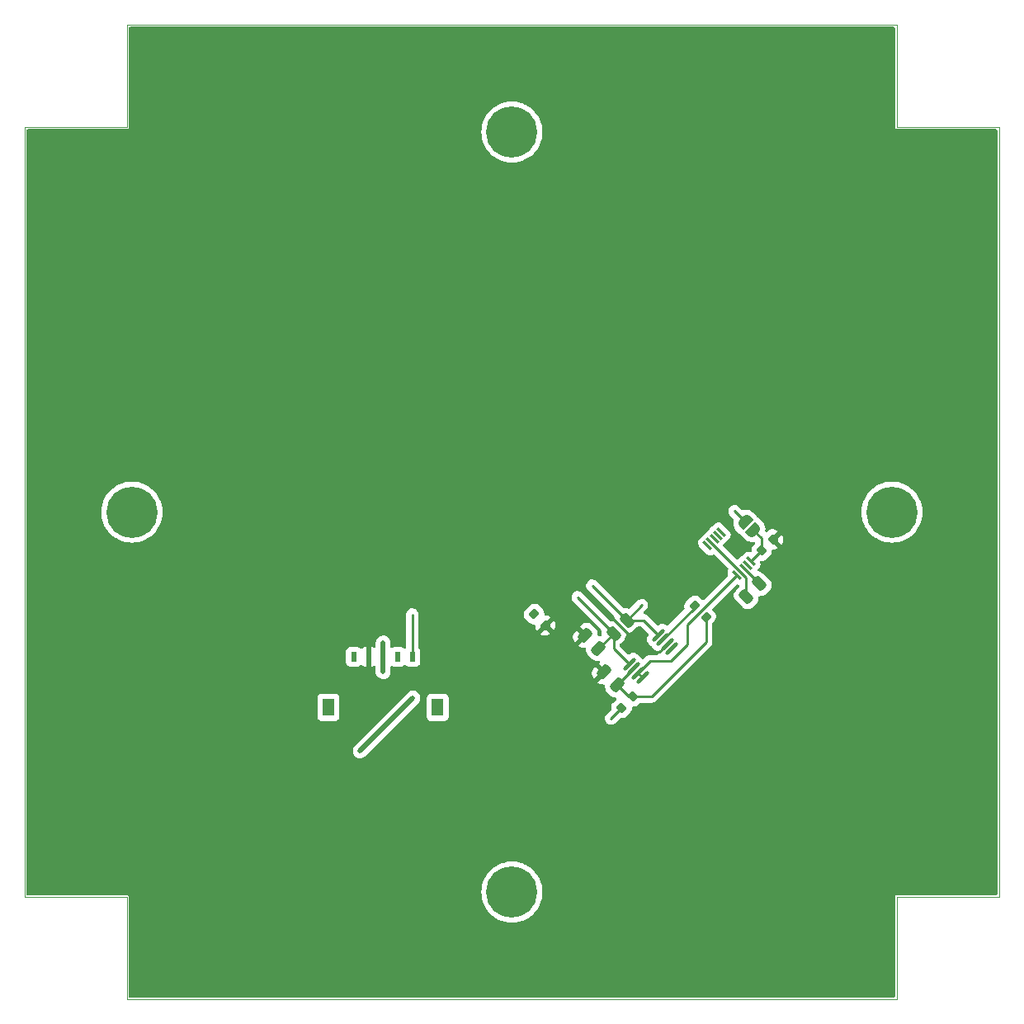
<source format=gbr>
%TF.GenerationSoftware,KiCad,Pcbnew,7.0.5*%
%TF.CreationDate,2023-06-21T14:57:03-07:00*%
%TF.ProjectId,solar-panel-side-Z,736f6c61-722d-4706-916e-656c2d736964,3.1*%
%TF.SameCoordinates,Original*%
%TF.FileFunction,Copper,L4,Bot*%
%TF.FilePolarity,Positive*%
%FSLAX46Y46*%
G04 Gerber Fmt 4.6, Leading zero omitted, Abs format (unit mm)*
G04 Created by KiCad (PCBNEW 7.0.5) date 2023-06-21 14:57:03*
%MOMM*%
%LPD*%
G01*
G04 APERTURE LIST*
G04 Aperture macros list*
%AMRoundRect*
0 Rectangle with rounded corners*
0 $1 Rounding radius*
0 $2 $3 $4 $5 $6 $7 $8 $9 X,Y pos of 4 corners*
0 Add a 4 corners polygon primitive as box body*
4,1,4,$2,$3,$4,$5,$6,$7,$8,$9,$2,$3,0*
0 Add four circle primitives for the rounded corners*
1,1,$1+$1,$2,$3*
1,1,$1+$1,$4,$5*
1,1,$1+$1,$6,$7*
1,1,$1+$1,$8,$9*
0 Add four rect primitives between the rounded corners*
20,1,$1+$1,$2,$3,$4,$5,0*
20,1,$1+$1,$4,$5,$6,$7,0*
20,1,$1+$1,$6,$7,$8,$9,0*
20,1,$1+$1,$8,$9,$2,$3,0*%
%AMRotRect*
0 Rectangle, with rotation*
0 The origin of the aperture is its center*
0 $1 length*
0 $2 width*
0 $3 Rotation angle, in degrees counterclockwise*
0 Add horizontal line*
21,1,$1,$2,0,0,$3*%
%AMFreePoly0*
4,1,19,0.499999,-0.750000,0.000000,-0.750000,0.000000,-0.744912,-0.071157,-0.744911,-0.207708,-0.704816,-0.327430,-0.627875,-0.420627,-0.520320,-0.479746,-0.390866,-0.500000,-0.250000,-0.500000,0.250000,-0.479746,0.390866,-0.420627,0.520320,-0.327430,0.627875,-0.207708,0.704816,-0.071157,0.744911,0.000000,0.744912,0.000000,0.750000,0.499999,0.750000,0.499999,-0.750000,0.499999,-0.750000,
$1*%
%AMFreePoly1*
4,1,19,0.000000,0.744912,0.071157,0.744911,0.207708,0.704816,0.327430,0.627875,0.420627,0.520320,0.479746,0.390866,0.500000,0.250000,0.500000,-0.250000,0.479746,-0.390866,0.420627,-0.520320,0.327430,-0.627875,0.207708,-0.704816,0.071157,-0.744911,0.000000,-0.744912,0.000000,-0.750000,-0.499999,-0.750000,-0.499999,0.750000,0.000000,0.750000,0.000000,0.744912,0.000000,0.744912,
$1*%
G04 Aperture macros list end*
%TA.AperFunction,ComponentPad*%
%ADD10C,5.250000*%
%TD*%
%TA.AperFunction,SMDPad,CuDef*%
%ADD11R,0.600000X1.000000*%
%TD*%
%TA.AperFunction,SMDPad,CuDef*%
%ADD12R,1.250000X1.800000*%
%TD*%
%TA.AperFunction,SMDPad,CuDef*%
%ADD13RotRect,1.100000X0.250000X135.000000*%
%TD*%
%TA.AperFunction,SMDPad,CuDef*%
%ADD14RoundRect,0.250000X0.512652X0.159099X0.159099X0.512652X-0.512652X-0.159099X-0.159099X-0.512652X0*%
%TD*%
%TA.AperFunction,SMDPad,CuDef*%
%ADD15RoundRect,0.250000X0.159099X-0.512652X0.512652X-0.159099X-0.159099X0.512652X-0.512652X0.159099X0*%
%TD*%
%TA.AperFunction,SMDPad,CuDef*%
%ADD16FreePoly0,135.000000*%
%TD*%
%TA.AperFunction,SMDPad,CuDef*%
%ADD17FreePoly1,135.000000*%
%TD*%
%TA.AperFunction,SMDPad,CuDef*%
%ADD18RoundRect,0.200000X-0.335876X-0.053033X-0.053033X-0.335876X0.335876X0.053033X0.053033X0.335876X0*%
%TD*%
%TA.AperFunction,SMDPad,CuDef*%
%ADD19RoundRect,0.200000X-0.053033X0.335876X-0.335876X0.053033X0.053033X-0.335876X0.335876X-0.053033X0*%
%TD*%
%TA.AperFunction,SMDPad,CuDef*%
%ADD20RoundRect,0.100000X0.433103X0.574524X-0.574524X-0.433103X-0.433103X-0.574524X0.574524X0.433103X0*%
%TD*%
%TA.AperFunction,Conductor*%
%ADD21C,0.250000*%
%TD*%
%TA.AperFunction,Conductor*%
%ADD22C,0.500000*%
%TD*%
%TA.AperFunction,Profile*%
%ADD23C,0.050000*%
%TD*%
G04 APERTURE END LIST*
D10*
%TO.P,J4,1,Pin_1*%
%TO.N,unconnected-(J4-Pad1)*%
X110500000Y-85000000D03*
%TD*%
%TO.P,J5,1,Pin_1*%
%TO.N,unconnected-(J5-Pad1)*%
X149500000Y-124000000D03*
%TD*%
%TO.P,J6,1,Pin_1*%
%TO.N,unconnected-(J6-Pad1)*%
X149500000Y-46000000D03*
%TD*%
%TO.P,J7,1,Pin_1*%
%TO.N,unconnected-(J7-Pad1)*%
X188500000Y-85000000D03*
%TD*%
D11*
%TO.P,J1,1,1*%
%TO.N,SDA*%
X139278501Y-99850000D03*
%TO.P,J1,2,2*%
%TO.N,SCL*%
X137778501Y-99850000D03*
%TO.P,J1,3,3*%
%TO.N,+3V3*%
X136278502Y-99850000D03*
%TO.P,J1,4,4*%
%TO.N,GND*%
X134778500Y-99850000D03*
%TO.P,J1,5,5*%
%TO.N,VSOLAR*%
X133278500Y-99850000D03*
D12*
%TO.P,J1,6,6*%
%TO.N,unconnected-(J1-Pad6)*%
X141883500Y-105040000D03*
%TO.P,J1,7,7*%
%TO.N,unconnected-(J1-Pad7)*%
X130673502Y-105040000D03*
%TD*%
D13*
%TO.P,U5,1,ADDR*%
%TO.N,Net-(JP1-Pad1)*%
X174013122Y-90070652D03*
%TO.P,U5,2,ALERT/RDY*%
%TO.N,unconnected-(U5-Pad2)*%
X173659569Y-90424205D03*
%TO.P,U5,3,GND*%
%TO.N,AGND*%
X173306016Y-90777759D03*
%TO.P,U5,4,AIN0*%
%TO.N,AVDD*%
X172952462Y-91131312D03*
%TO.P,U5,5,AIN1*%
%TO.N,OUT*%
X172598909Y-91484865D03*
%TO.P,U5,6,AIN2*%
%TO.N,AVDD*%
X169558350Y-88444306D03*
%TO.P,U5,7,AIN3*%
X169911903Y-88090753D03*
%TO.P,U5,8,VDD*%
X170265456Y-87737199D03*
%TO.P,U5,9,SDA*%
%TO.N,SDA*%
X170619010Y-87383646D03*
%TO.P,U5,10,SCL*%
%TO.N,SCL*%
X170972563Y-87030093D03*
%TD*%
D14*
%TO.P,C6,1*%
%TO.N,Net-(C6-Pad1)*%
X158386062Y-98994337D03*
%TO.P,C6,2*%
%TO.N,GND*%
X157042560Y-97650835D03*
%TD*%
D15*
%TO.P,C7,1*%
%TO.N,Net-(C6-Pad1)*%
X159941697Y-97438704D03*
%TO.P,C7,2*%
%TO.N,Net-(C5-Pad2)*%
X161285199Y-96095202D03*
%TD*%
D14*
%TO.P,C4,1*%
%TO.N,Net-(C4-Pad1)*%
X160309393Y-102756148D03*
%TO.P,C4,2*%
%TO.N,GND*%
X158965891Y-101412646D03*
%TD*%
D15*
%TO.P,C8,1*%
%TO.N,AVDD*%
X173539361Y-93698109D03*
%TO.P,C8,2*%
%TO.N,AGND*%
X174882863Y-92354607D03*
%TD*%
D16*
%TO.P,JP1,1,A*%
%TO.N,Net-(JP1-Pad1)*%
X174310106Y-86874529D03*
D17*
%TO.P,JP1,2,B*%
%TO.N,+3V3*%
X173390868Y-85955291D03*
%TD*%
D18*
%TO.P,R2,1*%
%TO.N,Net-(J2-Pad2)*%
X151767542Y-95465877D03*
%TO.P,R2,2*%
%TO.N,GND*%
X152934268Y-96632603D03*
%TD*%
D19*
%TO.P,FB3,1*%
%TO.N,Net-(C4-Pad1)*%
X161914523Y-103922874D03*
%TO.P,FB3,2*%
%TO.N,+3V3*%
X160747797Y-105089600D03*
%TD*%
D18*
%TO.P,R5,1*%
%TO.N,Net-(R5-Pad1)*%
X168243131Y-94610277D03*
%TO.P,R5,2*%
%TO.N,Net-(C4-Pad1)*%
X169409857Y-95777003D03*
%TD*%
D20*
%TO.P,U4,1,-IN*%
%TO.N,Net-(C5-Pad2)*%
X164520213Y-97626087D03*
%TO.P,U4,2,REF*%
%TO.N,Net-(R5-Pad1)*%
X164979832Y-98085706D03*
%TO.P,U4,3,-Vs*%
%TO.N,GND*%
X165439452Y-98545326D03*
%TO.P,U4,4,NC*%
%TO.N,unconnected-(U4-Pad4)*%
X165899071Y-99004945D03*
%TO.P,U4,5,SENSE*%
%TO.N,OUT*%
X162911545Y-101992471D03*
%TO.P,U4,6*%
X162451926Y-101532852D03*
%TO.P,U4,7,+Vs*%
%TO.N,Net-(C4-Pad1)*%
X161992306Y-101073232D03*
%TO.P,U4,8,+IN*%
%TO.N,Net-(C6-Pad1)*%
X161532687Y-100613613D03*
%TD*%
D19*
%TO.P,R6,1*%
%TO.N,GND*%
X176297077Y-87786695D03*
%TO.P,R6,2*%
%TO.N,Net-(JP1-Pad1)*%
X175130351Y-88953421D03*
%TD*%
D21*
%TO.N,GND*%
X165439453Y-98545327D02*
X164651029Y-99333751D01*
X163236814Y-99333751D02*
X156229387Y-92326322D01*
X164651029Y-99333751D02*
X163236814Y-99333751D01*
D22*
%TO.N,+3V3*%
X136278502Y-99850000D02*
X136278502Y-98431498D01*
X136278502Y-99850000D02*
X136278502Y-101378502D01*
D21*
X173390868Y-85955290D02*
X172337279Y-84901701D01*
X160747797Y-105089600D02*
X159658854Y-106178544D01*
%TO.N,SDA*%
X139278501Y-99850000D02*
X139278501Y-95511499D01*
%TO.N,Net-(C6-Pad1)*%
X159941698Y-99022624D02*
X161532688Y-100613613D01*
X158386061Y-98994339D02*
X159941698Y-97438705D01*
X159941698Y-97438705D02*
X159941698Y-99022624D01*
X159941698Y-97438705D02*
X156243528Y-93740536D01*
D22*
%TO.N,Net-(SC5-Pad2)*%
X133930000Y-109500000D02*
X139330000Y-104100000D01*
D21*
%TO.N,Net-(C4-Pad1)*%
X161992307Y-101073233D02*
X160309392Y-102756148D01*
X169409857Y-98365014D02*
X169409856Y-95777004D01*
X161476118Y-103922874D02*
X161914525Y-103922872D01*
X163851998Y-103922873D02*
X169409857Y-98365014D01*
X161914525Y-103922872D02*
X163851998Y-103922873D01*
X160309392Y-102756148D02*
X161476118Y-103922874D01*
%TO.N,AVDD*%
X172952462Y-91131310D02*
X173535825Y-91714675D01*
X172952462Y-91131310D02*
X169911903Y-88090751D01*
X173535825Y-93694574D02*
X173539360Y-93698110D01*
X173535825Y-91714675D02*
X173535825Y-93694574D01*
%TO.N,AGND*%
X173306016Y-90777759D02*
X174882863Y-92354607D01*
%TO.N,Net-(JP1-Pad1)*%
X174310107Y-86874529D02*
X175130351Y-87694773D01*
X174013123Y-90070652D02*
X175130351Y-88953423D01*
X175130351Y-87694773D02*
X175130351Y-88953423D01*
%TO.N,Net-(R5-Pad1)*%
X164979833Y-98085707D02*
X168243131Y-94822409D01*
%TO.N,OUT*%
X167528953Y-98548862D02*
X167528953Y-96554819D01*
X167528953Y-96554819D02*
X172598909Y-91484865D01*
X162911546Y-101992471D02*
X162451927Y-101532853D01*
X163696435Y-100288345D02*
X165789471Y-100288345D01*
X162451927Y-101532853D02*
X163696435Y-100288345D01*
X165789471Y-100288345D02*
X167528953Y-98548862D01*
%TO.N,Net-(C5-Pad2)*%
X162989328Y-96095202D02*
X164520214Y-97626087D01*
X161285200Y-96095200D02*
X162989328Y-96095202D01*
X161285200Y-96095200D02*
X162826694Y-94553707D01*
X161285200Y-96095200D02*
X157742595Y-92552595D01*
%TD*%
%TA.AperFunction,Conductor*%
%TO.N,GND*%
G36*
X162742852Y-96748703D02*
G01*
X162763826Y-96765605D01*
X163146304Y-97148083D01*
X163482319Y-97484097D01*
X163516344Y-97546410D01*
X163511280Y-97617225D01*
X163489504Y-97653677D01*
X163489724Y-97653846D01*
X163488282Y-97655725D01*
X163487959Y-97656266D01*
X163487222Y-97657105D01*
X163414164Y-97752315D01*
X163352849Y-97900341D01*
X163331938Y-98059189D01*
X163331938Y-98059190D01*
X163352849Y-98218037D01*
X163352849Y-98218039D01*
X163352850Y-98218040D01*
X163414165Y-98366066D01*
X163414167Y-98366069D01*
X163414169Y-98366072D01*
X163487203Y-98461252D01*
X163487209Y-98461259D01*
X163487211Y-98461261D01*
X163685039Y-98659087D01*
X163780234Y-98732135D01*
X163798165Y-98739562D01*
X163853446Y-98784110D01*
X163866355Y-98807751D01*
X163873782Y-98825682D01*
X163873786Y-98825688D01*
X163946822Y-98920871D01*
X163946828Y-98920878D01*
X163946830Y-98920880D01*
X164144658Y-99118706D01*
X164239853Y-99191754D01*
X164258440Y-99199453D01*
X164313720Y-99244000D01*
X164326629Y-99267641D01*
X164333839Y-99285048D01*
X164333845Y-99285058D01*
X164406823Y-99380165D01*
X164406842Y-99380186D01*
X164466406Y-99439750D01*
X164500432Y-99502062D01*
X164495367Y-99572877D01*
X164452820Y-99629713D01*
X164386300Y-99654524D01*
X164377311Y-99654845D01*
X163780288Y-99654845D01*
X163764446Y-99653095D01*
X163764419Y-99653389D01*
X163756526Y-99652643D01*
X163687459Y-99654814D01*
X163685480Y-99654845D01*
X163656579Y-99654845D01*
X163656575Y-99654845D01*
X163656565Y-99654846D01*
X163649614Y-99655724D01*
X163643702Y-99656189D01*
X163596547Y-99657671D01*
X163596545Y-99657672D01*
X163577090Y-99663323D01*
X163557737Y-99667331D01*
X163537645Y-99669869D01*
X163537637Y-99669871D01*
X163493771Y-99687238D01*
X163488156Y-99689161D01*
X163442842Y-99702327D01*
X163425399Y-99712642D01*
X163407653Y-99721335D01*
X163388817Y-99728793D01*
X163350644Y-99756526D01*
X163345683Y-99759785D01*
X163305073Y-99783803D01*
X163290746Y-99798129D01*
X163275720Y-99810962D01*
X163259330Y-99822870D01*
X163259328Y-99822872D01*
X163229243Y-99859237D01*
X163225247Y-99863628D01*
X163027157Y-100061717D01*
X162964845Y-100095743D01*
X162894030Y-100090678D01*
X162848968Y-100061719D01*
X162827485Y-100040236D01*
X162827475Y-100040228D01*
X162732285Y-99967183D01*
X162714351Y-99959755D01*
X162659071Y-99915206D01*
X162646163Y-99891566D01*
X162638737Y-99873639D01*
X162638735Y-99873634D01*
X162638730Y-99873627D01*
X162565696Y-99778447D01*
X162565685Y-99778435D01*
X162367865Y-99580617D01*
X162367861Y-99580613D01*
X162272666Y-99507565D01*
X162234356Y-99491696D01*
X162124638Y-99446249D01*
X161965791Y-99425338D01*
X161965789Y-99425338D01*
X161806942Y-99446249D01*
X161789944Y-99453290D01*
X161658914Y-99507565D01*
X161658913Y-99507566D01*
X161658912Y-99507566D01*
X161563710Y-99580617D01*
X161562869Y-99581355D01*
X161562565Y-99581495D01*
X161560446Y-99583122D01*
X161560082Y-99582647D01*
X161498464Y-99611232D01*
X161428132Y-99601546D01*
X161390697Y-99575718D01*
X160612103Y-98797124D01*
X160578077Y-98734812D01*
X160575198Y-98708029D01*
X160575198Y-98601826D01*
X160595200Y-98533705D01*
X160612098Y-98512735D01*
X161026429Y-98098403D01*
X161092381Y-98017443D01*
X161171959Y-97858992D01*
X161212850Y-97686459D01*
X161212850Y-97509147D01*
X161212849Y-97509143D01*
X161212451Y-97505740D01*
X161212850Y-97503404D01*
X161212850Y-97501808D01*
X161213123Y-97501808D01*
X161224405Y-97435756D01*
X161272296Y-97383346D01*
X161340921Y-97365147D01*
X161352235Y-97365956D01*
X161355637Y-97366353D01*
X161355642Y-97366355D01*
X161355647Y-97366355D01*
X161532952Y-97366355D01*
X161532954Y-97366355D01*
X161705487Y-97325464D01*
X161863938Y-97245886D01*
X161944898Y-97179936D01*
X162359226Y-96765605D01*
X162421538Y-96731581D01*
X162448322Y-96728701D01*
X162674731Y-96728701D01*
X162742852Y-96748703D01*
G37*
%TD.AperFunction*%
%TA.AperFunction,Conductor*%
G36*
X188741621Y-35220502D02*
G01*
X188788114Y-35274158D01*
X188799500Y-35326500D01*
X188799499Y-45506423D01*
X188799500Y-45506428D01*
X188799500Y-45545763D01*
X188803396Y-45553854D01*
X188812711Y-45580475D01*
X188814710Y-45589231D01*
X188814711Y-45589232D01*
X188820304Y-45596245D01*
X188835317Y-45620136D01*
X188839212Y-45628224D01*
X188846229Y-45633820D01*
X188866180Y-45653771D01*
X188871776Y-45660788D01*
X188879863Y-45664682D01*
X188903749Y-45679692D01*
X188910769Y-45685290D01*
X188919521Y-45687287D01*
X188946149Y-45696605D01*
X188954237Y-45700500D01*
X188977410Y-45700500D01*
X199173500Y-45700500D01*
X199241621Y-45720502D01*
X199288114Y-45774158D01*
X199299500Y-45826500D01*
X199299500Y-124173500D01*
X199279498Y-124241621D01*
X199225842Y-124288114D01*
X199173500Y-124299500D01*
X188954234Y-124299500D01*
X188946142Y-124303397D01*
X188919526Y-124312710D01*
X188910771Y-124314708D01*
X188910765Y-124314711D01*
X188903742Y-124320312D01*
X188879870Y-124335312D01*
X188871781Y-124339208D01*
X188871776Y-124339212D01*
X188866177Y-124346233D01*
X188846235Y-124366174D01*
X188839213Y-124371775D01*
X188839212Y-124371776D01*
X188839208Y-124371781D01*
X188835312Y-124379870D01*
X188820312Y-124403742D01*
X188814711Y-124410765D01*
X188814708Y-124410771D01*
X188812710Y-124419526D01*
X188803397Y-124446142D01*
X188799500Y-124454234D01*
X188799500Y-134673500D01*
X188779498Y-134741621D01*
X188725842Y-134788114D01*
X188673500Y-134799500D01*
X110326500Y-134799500D01*
X110258379Y-134779498D01*
X110211886Y-134725842D01*
X110200500Y-134673500D01*
X110200500Y-124454236D01*
X110196605Y-124446149D01*
X110187287Y-124419521D01*
X110185290Y-124410769D01*
X110179692Y-124403749D01*
X110164682Y-124379863D01*
X110160788Y-124371776D01*
X110153771Y-124366180D01*
X110133820Y-124346229D01*
X110128224Y-124339212D01*
X110120136Y-124335317D01*
X110096247Y-124320305D01*
X110089231Y-124314710D01*
X110080475Y-124312711D01*
X110053854Y-124303396D01*
X110045763Y-124299500D01*
X110045762Y-124299500D01*
X99826500Y-124299500D01*
X99758379Y-124279498D01*
X99711886Y-124225842D01*
X99700500Y-124173500D01*
X99700500Y-124000000D01*
X146361563Y-124000000D01*
X146381296Y-124351389D01*
X146381296Y-124351390D01*
X146435573Y-124670841D01*
X146440250Y-124698368D01*
X146517759Y-124967409D01*
X146537683Y-125036564D01*
X146672361Y-125361706D01*
X146672366Y-125361717D01*
X146672373Y-125361729D01*
X146842602Y-125669738D01*
X146842606Y-125669745D01*
X147046268Y-125956779D01*
X147046273Y-125956786D01*
X147147692Y-126070274D01*
X147280790Y-126219210D01*
X147447448Y-126368144D01*
X147543213Y-126453726D01*
X147543220Y-126453731D01*
X147830254Y-126657393D01*
X147830261Y-126657397D01*
X147943389Y-126719920D01*
X148138283Y-126827634D01*
X148463440Y-126962318D01*
X148801632Y-127059750D01*
X149148607Y-127118703D01*
X149500000Y-127138437D01*
X149851393Y-127118703D01*
X150198368Y-127059750D01*
X150536560Y-126962318D01*
X150861717Y-126827634D01*
X151169749Y-126657391D01*
X151456783Y-126453729D01*
X151719210Y-126219210D01*
X151953729Y-125956783D01*
X152157391Y-125669749D01*
X152327634Y-125361717D01*
X152462318Y-125036560D01*
X152559750Y-124698368D01*
X152618703Y-124351393D01*
X152638437Y-124000000D01*
X152618703Y-123648607D01*
X152559750Y-123301632D01*
X152462318Y-122963440D01*
X152327634Y-122638283D01*
X152157391Y-122330251D01*
X151953729Y-122043217D01*
X151953728Y-122043216D01*
X151953726Y-122043213D01*
X151868144Y-121947448D01*
X151719210Y-121780790D01*
X151570274Y-121647692D01*
X151456786Y-121546273D01*
X151456779Y-121546268D01*
X151169745Y-121342606D01*
X151169738Y-121342602D01*
X150949669Y-121220975D01*
X150861717Y-121172366D01*
X150861710Y-121172363D01*
X150861706Y-121172361D01*
X150536564Y-121037683D01*
X150467409Y-121017759D01*
X150198368Y-120940250D01*
X150198362Y-120940249D01*
X150198359Y-120940248D01*
X149851389Y-120881296D01*
X149500000Y-120861563D01*
X149148610Y-120881296D01*
X149148609Y-120881296D01*
X148801640Y-120940248D01*
X148801634Y-120940249D01*
X148801632Y-120940250D01*
X148663330Y-120980094D01*
X148463435Y-121037683D01*
X148138293Y-121172361D01*
X148138270Y-121172373D01*
X147830261Y-121342602D01*
X147830254Y-121342606D01*
X147543220Y-121546268D01*
X147543213Y-121546273D01*
X147280790Y-121780790D01*
X147046273Y-122043213D01*
X147046268Y-122043220D01*
X146842606Y-122330254D01*
X146842602Y-122330261D01*
X146672373Y-122638270D01*
X146672361Y-122638293D01*
X146537683Y-122963435D01*
X146440248Y-123301640D01*
X146381296Y-123648609D01*
X146381296Y-123648610D01*
X146361563Y-124000000D01*
X99700500Y-124000000D01*
X99700500Y-109433440D01*
X133169241Y-109433440D01*
X133174398Y-109610680D01*
X133220291Y-109781952D01*
X133304441Y-109938017D01*
X133304444Y-109938021D01*
X133422317Y-110070474D01*
X133422319Y-110070476D01*
X133567564Y-110172177D01*
X133567568Y-110172180D01*
X133698948Y-110224372D01*
X133732350Y-110237642D01*
X133907789Y-110263341D01*
X134084426Y-110247887D01*
X134084428Y-110247886D01*
X134084430Y-110247886D01*
X134168582Y-110220000D01*
X134252738Y-110192114D01*
X134403651Y-110099030D01*
X138514032Y-105988649D01*
X140750000Y-105988649D01*
X140756509Y-106049196D01*
X140756511Y-106049204D01*
X140807610Y-106186202D01*
X140807612Y-106186207D01*
X140895238Y-106303261D01*
X141012292Y-106390887D01*
X141012294Y-106390888D01*
X141012296Y-106390889D01*
X141071375Y-106412924D01*
X141149295Y-106441988D01*
X141149303Y-106441990D01*
X141209850Y-106448499D01*
X141209855Y-106448499D01*
X141209862Y-106448500D01*
X141209868Y-106448500D01*
X142557132Y-106448500D01*
X142557138Y-106448500D01*
X142557145Y-106448499D01*
X142557149Y-106448499D01*
X142617696Y-106441990D01*
X142617699Y-106441989D01*
X142617701Y-106441989D01*
X142754704Y-106390889D01*
X142852293Y-106317835D01*
X142871761Y-106303261D01*
X142959387Y-106186207D01*
X142959387Y-106186206D01*
X142959389Y-106186204D01*
X143010489Y-106049201D01*
X143014399Y-106012837D01*
X143016999Y-105988649D01*
X143017000Y-105988632D01*
X143017000Y-104091367D01*
X143016999Y-104091350D01*
X143010490Y-104030803D01*
X143010488Y-104030795D01*
X142981424Y-103952875D01*
X142959389Y-103893796D01*
X142959388Y-103893794D01*
X142959387Y-103893792D01*
X142871761Y-103776738D01*
X142754707Y-103689112D01*
X142754702Y-103689110D01*
X142617704Y-103638011D01*
X142617696Y-103638009D01*
X142557149Y-103631500D01*
X142557138Y-103631500D01*
X141209862Y-103631500D01*
X141209850Y-103631500D01*
X141149303Y-103638009D01*
X141149295Y-103638011D01*
X141012297Y-103689110D01*
X141012292Y-103689112D01*
X140895238Y-103776738D01*
X140807612Y-103893792D01*
X140807610Y-103893797D01*
X140756511Y-104030795D01*
X140756509Y-104030803D01*
X140750000Y-104091350D01*
X140750000Y-105988649D01*
X138514032Y-105988649D01*
X139897580Y-104605101D01*
X139979967Y-104500906D01*
X140054902Y-104340206D01*
X140090758Y-104166558D01*
X140085601Y-103989321D01*
X140039709Y-103818051D01*
X139955557Y-103661981D01*
X139955555Y-103661979D01*
X139955554Y-103661977D01*
X139837682Y-103529525D01*
X139796908Y-103500975D01*
X139692435Y-103427822D01*
X139692431Y-103427819D01*
X139527651Y-103362358D01*
X139439930Y-103349508D01*
X139352211Y-103336659D01*
X139352210Y-103336659D01*
X139175568Y-103352113D01*
X139007264Y-103407884D01*
X138856348Y-103500970D01*
X138856342Y-103500975D01*
X133362425Y-108994892D01*
X133362422Y-108994896D01*
X133280034Y-109099092D01*
X133205096Y-109259795D01*
X133169241Y-109433440D01*
X99700500Y-109433440D01*
X99700500Y-105988649D01*
X129540002Y-105988649D01*
X129546511Y-106049196D01*
X129546513Y-106049204D01*
X129597612Y-106186202D01*
X129597614Y-106186207D01*
X129685240Y-106303261D01*
X129802294Y-106390887D01*
X129802296Y-106390888D01*
X129802298Y-106390889D01*
X129861377Y-106412924D01*
X129939297Y-106441988D01*
X129939305Y-106441990D01*
X129999852Y-106448499D01*
X129999857Y-106448499D01*
X129999864Y-106448500D01*
X129999870Y-106448500D01*
X131347134Y-106448500D01*
X131347140Y-106448500D01*
X131347147Y-106448499D01*
X131347151Y-106448499D01*
X131407698Y-106441990D01*
X131407701Y-106441989D01*
X131407703Y-106441989D01*
X131544706Y-106390889D01*
X131642295Y-106317835D01*
X131661763Y-106303261D01*
X131749389Y-106186207D01*
X131749389Y-106186206D01*
X131749391Y-106186204D01*
X131800491Y-106049201D01*
X131804401Y-106012837D01*
X131807001Y-105988649D01*
X131807002Y-105988632D01*
X131807002Y-104091367D01*
X131807001Y-104091350D01*
X131800492Y-104030803D01*
X131800490Y-104030795D01*
X131771426Y-103952875D01*
X131749391Y-103893796D01*
X131749390Y-103893794D01*
X131749389Y-103893792D01*
X131661763Y-103776738D01*
X131544709Y-103689112D01*
X131544704Y-103689110D01*
X131407706Y-103638011D01*
X131407698Y-103638009D01*
X131347151Y-103631500D01*
X131347140Y-103631500D01*
X129999864Y-103631500D01*
X129999852Y-103631500D01*
X129939305Y-103638009D01*
X129939297Y-103638011D01*
X129802299Y-103689110D01*
X129802294Y-103689112D01*
X129685240Y-103776738D01*
X129597614Y-103893792D01*
X129597612Y-103893797D01*
X129546513Y-104030795D01*
X129546511Y-104030803D01*
X129540002Y-104091350D01*
X129540002Y-105988649D01*
X99700500Y-105988649D01*
X99700500Y-100398649D01*
X132470000Y-100398649D01*
X132476509Y-100459196D01*
X132476511Y-100459204D01*
X132527610Y-100596202D01*
X132527612Y-100596207D01*
X132615238Y-100713261D01*
X132732292Y-100800887D01*
X132732294Y-100800888D01*
X132732296Y-100800889D01*
X132791375Y-100822924D01*
X132869295Y-100851988D01*
X132869303Y-100851990D01*
X132929850Y-100858499D01*
X132929855Y-100858499D01*
X132929862Y-100858500D01*
X132929868Y-100858500D01*
X133627132Y-100858500D01*
X133627138Y-100858500D01*
X133627145Y-100858499D01*
X133627149Y-100858499D01*
X133687696Y-100851990D01*
X133687699Y-100851989D01*
X133687701Y-100851989D01*
X133824704Y-100800889D01*
X133824707Y-100800887D01*
X133948975Y-100707861D01*
X133950233Y-100709542D01*
X134002074Y-100681235D01*
X134072889Y-100686300D01*
X134107569Y-100708588D01*
X134108382Y-100707504D01*
X134232534Y-100800444D01*
X134369406Y-100851494D01*
X134429902Y-100857999D01*
X134429915Y-100858000D01*
X134524500Y-100858000D01*
X135032500Y-100858000D01*
X135127085Y-100858000D01*
X135127097Y-100857999D01*
X135187593Y-100851494D01*
X135324464Y-100800444D01*
X135332376Y-100796125D01*
X135334018Y-100799133D01*
X135384948Y-100780108D01*
X135454330Y-100795163D01*
X135504558Y-100845339D01*
X135520002Y-100905782D01*
X135520002Y-101422684D01*
X135535422Y-101554614D01*
X135535423Y-101554616D01*
X135594969Y-101718218D01*
X135596067Y-101721234D01*
X135669416Y-101832757D01*
X135693504Y-101869380D01*
X135822468Y-101991051D01*
X135822473Y-101991055D01*
X135976024Y-102079708D01*
X135976025Y-102079708D01*
X135976030Y-102079711D01*
X136145893Y-102130564D01*
X136322905Y-102140874D01*
X136497523Y-102110084D01*
X136567936Y-102079711D01*
X136660327Y-102039857D01*
X136660329Y-102039856D01*
X136660328Y-102039856D01*
X136660334Y-102039854D01*
X136802560Y-101933971D01*
X136916534Y-101798142D01*
X136985737Y-101660347D01*
X157695238Y-101660347D01*
X157736101Y-101832757D01*
X157815629Y-101991109D01*
X157815630Y-101991112D01*
X157881545Y-102072026D01*
X157914422Y-102104903D01*
X157914423Y-102104903D01*
X158606681Y-101412645D01*
X158606681Y-101412644D01*
X158073523Y-100879487D01*
X158073522Y-100879487D01*
X157881541Y-101071468D01*
X157815630Y-101152377D01*
X157815629Y-101152380D01*
X157736101Y-101310732D01*
X157695238Y-101483142D01*
X157695238Y-101660347D01*
X136985737Y-101660347D01*
X136996111Y-101639690D01*
X137037002Y-101467158D01*
X137037002Y-100906408D01*
X137057004Y-100838288D01*
X137110660Y-100791795D01*
X137180934Y-100781691D01*
X137222990Y-100799118D01*
X137224383Y-100796568D01*
X137232294Y-100800886D01*
X137232297Y-100800889D01*
X137291376Y-100822924D01*
X137369296Y-100851988D01*
X137369304Y-100851990D01*
X137429851Y-100858499D01*
X137429856Y-100858499D01*
X137429863Y-100858500D01*
X137429869Y-100858500D01*
X138127133Y-100858500D01*
X138127139Y-100858500D01*
X138127146Y-100858499D01*
X138127150Y-100858499D01*
X138187697Y-100851990D01*
X138187700Y-100851989D01*
X138187702Y-100851989D01*
X138324705Y-100800889D01*
X138324708Y-100800887D01*
X138448976Y-100707861D01*
X138450321Y-100709657D01*
X138501718Y-100681592D01*
X138572533Y-100686657D01*
X138607213Y-100708945D01*
X138608026Y-100707861D01*
X138732293Y-100800887D01*
X138732295Y-100800888D01*
X138732297Y-100800889D01*
X138791376Y-100822924D01*
X138869296Y-100851988D01*
X138869304Y-100851990D01*
X138929851Y-100858499D01*
X138929856Y-100858499D01*
X138929863Y-100858500D01*
X138929869Y-100858500D01*
X139627133Y-100858500D01*
X139627139Y-100858500D01*
X139627146Y-100858499D01*
X139627150Y-100858499D01*
X139687697Y-100851990D01*
X139687700Y-100851989D01*
X139687702Y-100851989D01*
X139824705Y-100800889D01*
X139825300Y-100800444D01*
X139941762Y-100713261D01*
X140029388Y-100596207D01*
X140029388Y-100596206D01*
X140029390Y-100596204D01*
X140080490Y-100459201D01*
X140083269Y-100433359D01*
X140087000Y-100398649D01*
X140087001Y-100398632D01*
X140087001Y-99301367D01*
X140087000Y-99301350D01*
X140080491Y-99240803D01*
X140080489Y-99240795D01*
X140037001Y-99124201D01*
X140029390Y-99103796D01*
X140029389Y-99103794D01*
X140029388Y-99103792D01*
X139937133Y-98980554D01*
X139912322Y-98914034D01*
X139912001Y-98905045D01*
X139912001Y-97898536D01*
X155771907Y-97898536D01*
X155812770Y-98070946D01*
X155892298Y-98229298D01*
X155892299Y-98229301D01*
X155958214Y-98310215D01*
X155991091Y-98343092D01*
X155991092Y-98343092D01*
X156683350Y-97650834D01*
X156150192Y-97117676D01*
X156150191Y-97117676D01*
X155958210Y-97309657D01*
X155892299Y-97390566D01*
X155892298Y-97390569D01*
X155812770Y-97548921D01*
X155771907Y-97721331D01*
X155771907Y-97898536D01*
X139912001Y-97898536D01*
X139912001Y-97507292D01*
X152418787Y-97507292D01*
X152421065Y-97509570D01*
X152421069Y-97509573D01*
X152476089Y-97555429D01*
X152628332Y-97635332D01*
X152795266Y-97676478D01*
X152795269Y-97676479D01*
X152967200Y-97676479D01*
X152967202Y-97676478D01*
X153134136Y-97635332D01*
X153286379Y-97555429D01*
X153341399Y-97509577D01*
X153396715Y-97454259D01*
X152934269Y-96991813D01*
X152934268Y-96991813D01*
X152418787Y-97507292D01*
X139912001Y-97507292D01*
X139912001Y-95604939D01*
X150723166Y-95604939D01*
X150764339Y-95771989D01*
X150764341Y-95771993D01*
X150844296Y-95924334D01*
X150844304Y-95924345D01*
X150888230Y-95977053D01*
X150890189Y-95979403D01*
X151254016Y-96343229D01*
X151309079Y-96389119D01*
X151461426Y-96469078D01*
X151461427Y-96469078D01*
X151461429Y-96469079D01*
X151544953Y-96489665D01*
X151628482Y-96510253D01*
X151628484Y-96510253D01*
X151764392Y-96510253D01*
X151832513Y-96530255D01*
X151879006Y-96583911D01*
X151890392Y-96636253D01*
X151890392Y-96771604D01*
X151931538Y-96938538D01*
X151931541Y-96938545D01*
X152011436Y-97090774D01*
X152011444Y-97090785D01*
X152057287Y-97145793D01*
X152057298Y-97145805D01*
X152059576Y-97148083D01*
X152059578Y-97148082D01*
X152575058Y-96632602D01*
X153293478Y-96632602D01*
X153755925Y-97095050D01*
X153755926Y-97095050D01*
X153811236Y-97039739D01*
X153857094Y-96984715D01*
X153936997Y-96832471D01*
X153978143Y-96665537D01*
X153978144Y-96665534D01*
X153978144Y-96493604D01*
X153978143Y-96493601D01*
X153936997Y-96326667D01*
X153936994Y-96326660D01*
X153857099Y-96174431D01*
X153857091Y-96174420D01*
X153811248Y-96119412D01*
X153811237Y-96119400D01*
X153808958Y-96117121D01*
X153808956Y-96117122D01*
X153293478Y-96632600D01*
X153293478Y-96632602D01*
X152575058Y-96632602D01*
X153449748Y-95757912D01*
X153447470Y-95755635D01*
X153447466Y-95755632D01*
X153392446Y-95709776D01*
X153240203Y-95629873D01*
X153073269Y-95588727D01*
X152937918Y-95588727D01*
X152869797Y-95568725D01*
X152823304Y-95515069D01*
X152811918Y-95462727D01*
X152811918Y-95326819D01*
X152811917Y-95326814D01*
X152796885Y-95265827D01*
X152770743Y-95159761D01*
X152697127Y-95019499D01*
X152690787Y-95007419D01*
X152690785Y-95007417D01*
X152690784Y-95007414D01*
X152662499Y-94973474D01*
X152644902Y-94952359D01*
X152644892Y-94952348D01*
X152281065Y-94588522D01*
X152226005Y-94542635D01*
X152226003Y-94542634D01*
X152073658Y-94462676D01*
X152073654Y-94462674D01*
X151906604Y-94421501D01*
X151906602Y-94421501D01*
X151734548Y-94421501D01*
X151734545Y-94421501D01*
X151567495Y-94462674D01*
X151567491Y-94462676D01*
X151415150Y-94542631D01*
X151415139Y-94542639D01*
X151360090Y-94588516D01*
X151360079Y-94588526D01*
X150890187Y-95058419D01*
X150844300Y-95113479D01*
X150844299Y-95113481D01*
X150764341Y-95265826D01*
X150764339Y-95265830D01*
X150723166Y-95432880D01*
X150723166Y-95604939D01*
X139912001Y-95604939D01*
X139912001Y-95471645D01*
X139911999Y-95471628D01*
X139896976Y-95352706D01*
X139896975Y-95352704D01*
X139896975Y-95352702D01*
X139862578Y-95265826D01*
X139838054Y-95203883D01*
X139838051Y-95203878D01*
X139743973Y-95074392D01*
X139743971Y-95074389D01*
X139620644Y-94972365D01*
X139538550Y-94933735D01*
X139475819Y-94904216D01*
X139475817Y-94904215D01*
X139475816Y-94904215D01*
X139475816Y-94904214D01*
X139318601Y-94874224D01*
X139318590Y-94874223D01*
X139158854Y-94884273D01*
X139158852Y-94884273D01*
X139006622Y-94933736D01*
X138871485Y-95019497D01*
X138871483Y-95019498D01*
X138761917Y-95136175D01*
X138761915Y-95136178D01*
X138684805Y-95276439D01*
X138684804Y-95276441D01*
X138645002Y-95431461D01*
X138645001Y-95431471D01*
X138645001Y-98887165D01*
X138624999Y-98955286D01*
X138571343Y-99001779D01*
X138501069Y-99011883D01*
X138443492Y-98988033D01*
X138324708Y-98899112D01*
X138324703Y-98899110D01*
X138187705Y-98848011D01*
X138187697Y-98848009D01*
X138127150Y-98841500D01*
X138127139Y-98841500D01*
X137429863Y-98841500D01*
X137429851Y-98841500D01*
X137369304Y-98848009D01*
X137369296Y-98848011D01*
X137232298Y-98899110D01*
X137224383Y-98903432D01*
X137222706Y-98900360D01*
X137171943Y-98919272D01*
X137102575Y-98904155D01*
X137052392Y-98853933D01*
X137037002Y-98793590D01*
X137037002Y-98387315D01*
X137021581Y-98255385D01*
X137021580Y-98255383D01*
X137012086Y-98229298D01*
X136960937Y-98088766D01*
X136863503Y-97940624D01*
X136863501Y-97940622D01*
X136863499Y-97940619D01*
X136734535Y-97818948D01*
X136734530Y-97818944D01*
X136580979Y-97730291D01*
X136580975Y-97730289D01*
X136580974Y-97730289D01*
X136411111Y-97679436D01*
X136352107Y-97675999D01*
X136234103Y-97669126D01*
X136234099Y-97669126D01*
X136059481Y-97699916D01*
X136059480Y-97699916D01*
X136059476Y-97699917D01*
X136059475Y-97699917D01*
X135896676Y-97770142D01*
X135896674Y-97770143D01*
X135896669Y-97770146D01*
X135896670Y-97770146D01*
X135802652Y-97840140D01*
X135754443Y-97876030D01*
X135640469Y-98011859D01*
X135616699Y-98059190D01*
X135560893Y-98170310D01*
X135540730Y-98255385D01*
X135520002Y-98342843D01*
X135520002Y-98794217D01*
X135500000Y-98862338D01*
X135446344Y-98908831D01*
X135376070Y-98918935D01*
X135333729Y-98901396D01*
X135332376Y-98903875D01*
X135324464Y-98899555D01*
X135187593Y-98848505D01*
X135127097Y-98842000D01*
X135032500Y-98842000D01*
X135032500Y-100858000D01*
X134524500Y-100858000D01*
X134524500Y-98842000D01*
X134429902Y-98842000D01*
X134369406Y-98848505D01*
X134232535Y-98899555D01*
X134232534Y-98899555D01*
X134108382Y-98992496D01*
X134107036Y-98990699D01*
X134055640Y-99018765D01*
X133984825Y-99013700D01*
X133949722Y-98991140D01*
X133948975Y-98992139D01*
X133824707Y-98899112D01*
X133824702Y-98899110D01*
X133687704Y-98848011D01*
X133687696Y-98848009D01*
X133627149Y-98841500D01*
X133627138Y-98841500D01*
X132929862Y-98841500D01*
X132929850Y-98841500D01*
X132869303Y-98848009D01*
X132869295Y-98848011D01*
X132732297Y-98899110D01*
X132732292Y-98899112D01*
X132615238Y-98986738D01*
X132527612Y-99103792D01*
X132527610Y-99103797D01*
X132476511Y-99240795D01*
X132476509Y-99240803D01*
X132470000Y-99301350D01*
X132470000Y-100398649D01*
X99700500Y-100398649D01*
X99700500Y-93680444D01*
X155607826Y-93680444D01*
X155612854Y-93840426D01*
X155641714Y-93939761D01*
X155657510Y-93994129D01*
X155657511Y-93994130D01*
X155657512Y-93994134D01*
X155738984Y-94131896D01*
X155738990Y-94131903D01*
X158645245Y-97038156D01*
X158679270Y-97100468D01*
X158678754Y-97156307D01*
X158673155Y-97179934D01*
X158670544Y-97190949D01*
X158670544Y-97368261D01*
X158711435Y-97540794D01*
X158711436Y-97540798D01*
X158713945Y-97547690D01*
X158712718Y-97548136D01*
X158724054Y-97610482D01*
X158696974Y-97676112D01*
X158638711Y-97716682D01*
X158598758Y-97723184D01*
X158456502Y-97723184D01*
X158452574Y-97723643D01*
X158449888Y-97723184D01*
X158449166Y-97723184D01*
X158449166Y-97723060D01*
X158382592Y-97711684D01*
X158330185Y-97663787D01*
X158311992Y-97595161D01*
X158312800Y-97583866D01*
X158313213Y-97580332D01*
X158313213Y-97403137D01*
X158313212Y-97403133D01*
X158272349Y-97230723D01*
X158192821Y-97072371D01*
X158192820Y-97072368D01*
X158126905Y-96991454D01*
X157701940Y-96566489D01*
X157621026Y-96500574D01*
X157621023Y-96500573D01*
X157462671Y-96421045D01*
X157290261Y-96380182D01*
X157113056Y-96380182D01*
X156940646Y-96421045D01*
X156782294Y-96500573D01*
X156782291Y-96500574D01*
X156701382Y-96566485D01*
X156509401Y-96758466D01*
X157312674Y-97561739D01*
X157346700Y-97624051D01*
X157341635Y-97694866D01*
X157312674Y-97739929D01*
X156350302Y-98702300D01*
X156350302Y-98702303D01*
X156383179Y-98735180D01*
X156464093Y-98801095D01*
X156464096Y-98801096D01*
X156622448Y-98880624D01*
X156794858Y-98921487D01*
X156794863Y-98921488D01*
X156972058Y-98921488D01*
X156975591Y-98921075D01*
X156978008Y-98921488D01*
X156979398Y-98921488D01*
X156979398Y-98921725D01*
X157045574Y-98933033D01*
X157097982Y-98980928D01*
X157116176Y-99049554D01*
X157115368Y-99060849D01*
X157114909Y-99064776D01*
X157114909Y-99064779D01*
X157114909Y-99064780D01*
X157114909Y-99242092D01*
X157147633Y-99380165D01*
X157155801Y-99414628D01*
X157235374Y-99573070D01*
X157235376Y-99573073D01*
X157235378Y-99573076D01*
X157301328Y-99654036D01*
X157726363Y-100079069D01*
X157807323Y-100145021D01*
X157965774Y-100224599D01*
X158138307Y-100265490D01*
X158138309Y-100265490D01*
X158315619Y-100265490D01*
X158370727Y-100252429D01*
X158441623Y-100256181D01*
X158499237Y-100297668D01*
X158525276Y-100363717D01*
X158511472Y-100433359D01*
X158488881Y-100464127D01*
X158432732Y-100520276D01*
X158965891Y-101053436D01*
X159236005Y-101323550D01*
X159270031Y-101385862D01*
X159264966Y-101456677D01*
X159236005Y-101501740D01*
X158273633Y-102464111D01*
X158273633Y-102464114D01*
X158306510Y-102496991D01*
X158387424Y-102562906D01*
X158387427Y-102562907D01*
X158545779Y-102642435D01*
X158718189Y-102683298D01*
X158718194Y-102683299D01*
X158895389Y-102683299D01*
X158898922Y-102682886D01*
X158901339Y-102683299D01*
X158902729Y-102683299D01*
X158902729Y-102683536D01*
X158968905Y-102694844D01*
X159021313Y-102742739D01*
X159039507Y-102811365D01*
X159038699Y-102822660D01*
X159038240Y-102826587D01*
X159038240Y-102826591D01*
X159038240Y-103003903D01*
X159079131Y-103176436D01*
X159079132Y-103176439D01*
X159158705Y-103334881D01*
X159158707Y-103334884D01*
X159158709Y-103334887D01*
X159224659Y-103415847D01*
X159649694Y-103840880D01*
X159730654Y-103906832D01*
X159889105Y-103986410D01*
X160061638Y-104027301D01*
X160061640Y-104027301D01*
X160115026Y-104027301D01*
X160183147Y-104047303D01*
X160229640Y-104100959D01*
X160239744Y-104171233D01*
X160210250Y-104235813D01*
X160204122Y-104242396D01*
X159870442Y-104576076D01*
X159824555Y-104631136D01*
X159824554Y-104631138D01*
X159744596Y-104783483D01*
X159744594Y-104783487D01*
X159703421Y-104950537D01*
X159703421Y-105122591D01*
X159703422Y-105122604D01*
X159709248Y-105146242D01*
X159706128Y-105217170D01*
X159676005Y-105265487D01*
X159182721Y-105758772D01*
X159182716Y-105758778D01*
X159109239Y-105853505D01*
X159109236Y-105853510D01*
X159045672Y-106000399D01*
X159045672Y-106000400D01*
X159020634Y-106158487D01*
X159035696Y-106317835D01*
X159089914Y-106468431D01*
X159179884Y-106600818D01*
X159299941Y-106706662D01*
X159299943Y-106706663D01*
X159299945Y-106706665D01*
X159442558Y-106779330D01*
X159598763Y-106814246D01*
X159754277Y-106809357D01*
X159758745Y-106809217D01*
X159758745Y-106809216D01*
X159912448Y-106764562D01*
X159912450Y-106764560D01*
X159912452Y-106764560D01*
X160050215Y-106683087D01*
X160050214Y-106683087D01*
X160050217Y-106683086D01*
X160571911Y-106161389D01*
X160634221Y-106127366D01*
X160691162Y-106128148D01*
X160701450Y-106130684D01*
X160714797Y-106133975D01*
X160714801Y-106133975D01*
X160714803Y-106133976D01*
X160714804Y-106133976D01*
X160886855Y-106133976D01*
X160886857Y-106133976D01*
X161053913Y-106092801D01*
X161206260Y-106012842D01*
X161261323Y-105966953D01*
X161625149Y-105603126D01*
X161671039Y-105548063D01*
X161750998Y-105395716D01*
X161792173Y-105228660D01*
X161792173Y-105093250D01*
X161812175Y-105025129D01*
X161865831Y-104978636D01*
X161918173Y-104967250D01*
X162053581Y-104967250D01*
X162053583Y-104967250D01*
X162220639Y-104926075D01*
X162372986Y-104846116D01*
X162428049Y-104800227D01*
X162634997Y-104593276D01*
X162697309Y-104559252D01*
X162724093Y-104556372D01*
X163768140Y-104556372D01*
X163783984Y-104558121D01*
X163784012Y-104557828D01*
X163791897Y-104558572D01*
X163791907Y-104558575D01*
X163855215Y-104556583D01*
X163860973Y-104556403D01*
X163862953Y-104556372D01*
X163891854Y-104556373D01*
X163898817Y-104555492D01*
X163904715Y-104555028D01*
X163951887Y-104553546D01*
X163971345Y-104547892D01*
X163990692Y-104543886D01*
X164010795Y-104541347D01*
X164054677Y-104523972D01*
X164060272Y-104522056D01*
X164088814Y-104513764D01*
X164105589Y-104508892D01*
X164105593Y-104508890D01*
X164123024Y-104498581D01*
X164140778Y-104489882D01*
X164159615Y-104482425D01*
X164197784Y-104454691D01*
X164202742Y-104451435D01*
X164243360Y-104427415D01*
X164257683Y-104413091D01*
X164272722Y-104400247D01*
X164289105Y-104388345D01*
X164319191Y-104351976D01*
X164323159Y-104347614D01*
X169798514Y-98872259D01*
X169810949Y-98862298D01*
X169810762Y-98862071D01*
X169816873Y-98857015D01*
X169816872Y-98857015D01*
X169816875Y-98857014D01*
X169864209Y-98806606D01*
X169865524Y-98805249D01*
X169885992Y-98784783D01*
X169890294Y-98779235D01*
X169894124Y-98774749D01*
X169926443Y-98740335D01*
X169936202Y-98722581D01*
X169947061Y-98706052D01*
X169949969Y-98702303D01*
X169959471Y-98690054D01*
X169978211Y-98646746D01*
X169980822Y-98641418D01*
X170003552Y-98600074D01*
X170008590Y-98580449D01*
X170014995Y-98561744D01*
X170022337Y-98544778D01*
X170023038Y-98543159D01*
X170030418Y-98496562D01*
X170031619Y-98490754D01*
X170043357Y-98445044D01*
X170043356Y-98424787D01*
X170044907Y-98405078D01*
X170048077Y-98385071D01*
X170044108Y-98343092D01*
X170043636Y-98338093D01*
X170043356Y-98332160D01*
X170043356Y-96480506D01*
X170063358Y-96412385D01*
X170080256Y-96391415D01*
X170287209Y-96184463D01*
X170333099Y-96129400D01*
X170413058Y-95977053D01*
X170454233Y-95809997D01*
X170454233Y-95637943D01*
X170431470Y-95545588D01*
X170413059Y-95470890D01*
X170413058Y-95470888D01*
X170413058Y-95470887D01*
X170351029Y-95352702D01*
X170333102Y-95318545D01*
X170333100Y-95318543D01*
X170333099Y-95318540D01*
X170333094Y-95318534D01*
X170287217Y-95263485D01*
X170287207Y-95263474D01*
X170227611Y-95203878D01*
X170090798Y-95067066D01*
X170056774Y-95004755D01*
X170061838Y-94933939D01*
X170090797Y-94888878D01*
X172534875Y-92444801D01*
X172597185Y-92410777D01*
X172668001Y-92415842D01*
X172676309Y-92419284D01*
X172754695Y-92455081D01*
X172763345Y-92457621D01*
X172762857Y-92459280D01*
X172817765Y-92484348D01*
X172856155Y-92544070D01*
X172856163Y-92615067D01*
X172824359Y-92668677D01*
X172454629Y-93038409D01*
X172388677Y-93119369D01*
X172388677Y-93119370D01*
X172309099Y-93277821D01*
X172268207Y-93450355D01*
X172268207Y-93627664D01*
X172293153Y-93732916D01*
X172301599Y-93768556D01*
X172309100Y-93800202D01*
X172388673Y-93958644D01*
X172388675Y-93958647D01*
X172388677Y-93958650D01*
X172454627Y-94039610D01*
X173197860Y-94782841D01*
X173278820Y-94848793D01*
X173437271Y-94928371D01*
X173609804Y-94969262D01*
X173609806Y-94969262D01*
X173787114Y-94969262D01*
X173787116Y-94969262D01*
X173959649Y-94928371D01*
X174118100Y-94848793D01*
X174199060Y-94782843D01*
X174624093Y-94357808D01*
X174690045Y-94276848D01*
X174769623Y-94118397D01*
X174810514Y-93945864D01*
X174810514Y-93768552D01*
X174810513Y-93768548D01*
X174810115Y-93765145D01*
X174810514Y-93762809D01*
X174810514Y-93761213D01*
X174810787Y-93761213D01*
X174822069Y-93695161D01*
X174869960Y-93642751D01*
X174938585Y-93624552D01*
X174949899Y-93625361D01*
X174953301Y-93625758D01*
X174953306Y-93625760D01*
X174953311Y-93625760D01*
X175130616Y-93625760D01*
X175130618Y-93625760D01*
X175303151Y-93584869D01*
X175461602Y-93505291D01*
X175542562Y-93439341D01*
X175967595Y-93014306D01*
X176033547Y-92933346D01*
X176113125Y-92774895D01*
X176154016Y-92602362D01*
X176154016Y-92425050D01*
X176113125Y-92252517D01*
X176033547Y-92094066D01*
X175967597Y-92013106D01*
X175224364Y-91269875D01*
X175143404Y-91203923D01*
X174984953Y-91124345D01*
X174812420Y-91083454D01*
X174801455Y-91083454D01*
X174733334Y-91063452D01*
X174686841Y-91009796D01*
X174676737Y-90939522D01*
X174706231Y-90874942D01*
X174712360Y-90868359D01*
X174770335Y-90810384D01*
X174884375Y-90696344D01*
X174922596Y-90648915D01*
X174983338Y-90515907D01*
X175004148Y-90371172D01*
X175004148Y-90371168D01*
X174983339Y-90226442D01*
X174983338Y-90226439D01*
X174959469Y-90174172D01*
X174949366Y-90103898D01*
X174978859Y-90039318D01*
X175038586Y-90000935D01*
X175089429Y-89999844D01*
X175089790Y-89996878D01*
X175097354Y-89997796D01*
X175097357Y-89997797D01*
X175097360Y-89997797D01*
X175269409Y-89997797D01*
X175269411Y-89997797D01*
X175436467Y-89956622D01*
X175588814Y-89876663D01*
X175643877Y-89830774D01*
X176007703Y-89466947D01*
X176053593Y-89411884D01*
X176133552Y-89259537D01*
X176174727Y-89092481D01*
X176174727Y-88956570D01*
X176194729Y-88888450D01*
X176248385Y-88841957D01*
X176300727Y-88830571D01*
X176436076Y-88830571D01*
X176436078Y-88830570D01*
X176603012Y-88789424D01*
X176603019Y-88789421D01*
X176755248Y-88709526D01*
X176755259Y-88709518D01*
X176810278Y-88663666D01*
X176810282Y-88663663D01*
X176812557Y-88661386D01*
X176812557Y-88661385D01*
X176026962Y-87875791D01*
X175992937Y-87813478D01*
X175994852Y-87786694D01*
X176656287Y-87786694D01*
X177171767Y-88302175D01*
X177171768Y-88302175D01*
X177174045Y-88299897D01*
X177219903Y-88244873D01*
X177299806Y-88092631D01*
X177299806Y-88092630D01*
X177340952Y-87925696D01*
X177340953Y-87925693D01*
X177340953Y-87753763D01*
X177340952Y-87753760D01*
X177299806Y-87586826D01*
X177219903Y-87434583D01*
X177174047Y-87379559D01*
X177174046Y-87379558D01*
X177118734Y-87324247D01*
X177118733Y-87324247D01*
X176656287Y-87786692D01*
X176656287Y-87786694D01*
X175994852Y-87786694D01*
X175998001Y-87742663D01*
X176026962Y-87697599D01*
X176297078Y-87427484D01*
X176759524Y-86965037D01*
X176704206Y-86909720D01*
X176649189Y-86863868D01*
X176496945Y-86783965D01*
X176330011Y-86742819D01*
X176158075Y-86742819D01*
X175991141Y-86783965D01*
X175991134Y-86783968D01*
X175838905Y-86863863D01*
X175838899Y-86863867D01*
X175783875Y-86909724D01*
X175696545Y-86997054D01*
X175634233Y-87031079D01*
X175563417Y-87026013D01*
X175506581Y-86983466D01*
X175481771Y-86916946D01*
X175484329Y-86881176D01*
X175492900Y-86841780D01*
X175503158Y-86698368D01*
X175503158Y-86698362D01*
X175492726Y-86552512D01*
X175462163Y-86412020D01*
X175462163Y-86412018D01*
X175411067Y-86275028D01*
X175411064Y-86275021D01*
X175411064Y-86275020D01*
X175342158Y-86148828D01*
X175321043Y-86120622D01*
X175254534Y-86031776D01*
X175254532Y-86031774D01*
X175254530Y-86031771D01*
X174850144Y-85627385D01*
X174794749Y-85579385D01*
X174761518Y-85561239D01*
X174721037Y-85526161D01*
X174638016Y-85415258D01*
X174638008Y-85415249D01*
X174233629Y-85010870D01*
X174233620Y-85010862D01*
X174219109Y-84999999D01*
X185361563Y-84999999D01*
X185381296Y-85351389D01*
X185381296Y-85351390D01*
X185428190Y-85627390D01*
X185440250Y-85698368D01*
X185473829Y-85814922D01*
X185537683Y-86036564D01*
X185672361Y-86361706D01*
X185672366Y-86361717D01*
X185720975Y-86449669D01*
X185842602Y-86669738D01*
X185842606Y-86669745D01*
X186046268Y-86956779D01*
X186046273Y-86956786D01*
X186147692Y-87070274D01*
X186280790Y-87219210D01*
X186423322Y-87346584D01*
X186543213Y-87453726D01*
X186543216Y-87453728D01*
X186543217Y-87453729D01*
X186742155Y-87594883D01*
X186830254Y-87657393D01*
X186830261Y-87657397D01*
X186879869Y-87684814D01*
X187138283Y-87827634D01*
X187138294Y-87827638D01*
X187138293Y-87827638D01*
X187462452Y-87961909D01*
X187463440Y-87962318D01*
X187801632Y-88059750D01*
X188148607Y-88118703D01*
X188500000Y-88138437D01*
X188851393Y-88118703D01*
X189198368Y-88059750D01*
X189536560Y-87962318D01*
X189861717Y-87827634D01*
X190169749Y-87657391D01*
X190456783Y-87453729D01*
X190719210Y-87219210D01*
X190953729Y-86956783D01*
X191157391Y-86669749D01*
X191327634Y-86361717D01*
X191462318Y-86036560D01*
X191559750Y-85698368D01*
X191618703Y-85351393D01*
X191638437Y-85000000D01*
X191618703Y-84648607D01*
X191559750Y-84301632D01*
X191462318Y-83963440D01*
X191327634Y-83638283D01*
X191157391Y-83330251D01*
X190953729Y-83043217D01*
X190953728Y-83043216D01*
X190953726Y-83043213D01*
X190868144Y-82947448D01*
X190719210Y-82780790D01*
X190570274Y-82647692D01*
X190456786Y-82546273D01*
X190456779Y-82546268D01*
X190169745Y-82342606D01*
X190169738Y-82342602D01*
X189949669Y-82220975D01*
X189861717Y-82172366D01*
X189861710Y-82172363D01*
X189861706Y-82172361D01*
X189536564Y-82037683D01*
X189467409Y-82017759D01*
X189198368Y-81940250D01*
X189198362Y-81940249D01*
X189198359Y-81940248D01*
X188851389Y-81881296D01*
X188500000Y-81861563D01*
X188148610Y-81881296D01*
X188148609Y-81881296D01*
X187801640Y-81940248D01*
X187801634Y-81940249D01*
X187801632Y-81940250D01*
X187663330Y-81980094D01*
X187463435Y-82037683D01*
X187138293Y-82172361D01*
X187138270Y-82172373D01*
X186830261Y-82342602D01*
X186830254Y-82342606D01*
X186543220Y-82546268D01*
X186543213Y-82546273D01*
X186280790Y-82780790D01*
X186046273Y-83043213D01*
X186046268Y-83043220D01*
X185842606Y-83330254D01*
X185842602Y-83330261D01*
X185672373Y-83638270D01*
X185672361Y-83638293D01*
X185537683Y-83963435D01*
X185440248Y-84301640D01*
X185381296Y-84648609D01*
X185381296Y-84648610D01*
X185361563Y-84999999D01*
X174219109Y-84999999D01*
X174116572Y-84923241D01*
X174116570Y-84923240D01*
X174116569Y-84923239D01*
X173990377Y-84854333D01*
X173990376Y-84854332D01*
X173990375Y-84854332D01*
X173990368Y-84854329D01*
X173853376Y-84803233D01*
X173712901Y-84772674D01*
X173712891Y-84772672D01*
X173712885Y-84772671D01*
X173712879Y-84772670D01*
X173567029Y-84762239D01*
X173567028Y-84762239D01*
X173423621Y-84772496D01*
X173280735Y-84803579D01*
X173250504Y-84814855D01*
X173179688Y-84819919D01*
X173117377Y-84785894D01*
X172757054Y-84425571D01*
X172757049Y-84425566D01*
X172662320Y-84352087D01*
X172662318Y-84352086D01*
X172662313Y-84352083D01*
X172515423Y-84288519D01*
X172382373Y-84267446D01*
X172357336Y-84263481D01*
X172357335Y-84263481D01*
X172197988Y-84278543D01*
X172047390Y-84332761D01*
X171915004Y-84422731D01*
X171809161Y-84542787D01*
X171809157Y-84542793D01*
X171736493Y-84685405D01*
X171701577Y-84841606D01*
X171701577Y-84841608D01*
X171701577Y-84841610D01*
X171701865Y-84850799D01*
X171706605Y-85001591D01*
X171751262Y-85155298D01*
X171832735Y-85293061D01*
X171832737Y-85293063D01*
X172221473Y-85681799D01*
X172255497Y-85744110D01*
X172250434Y-85814922D01*
X172239155Y-85845163D01*
X172208073Y-85988043D01*
X172200016Y-86100680D01*
X172197816Y-86131452D01*
X172197816Y-86131458D01*
X172199775Y-86158840D01*
X172208248Y-86277310D01*
X172238810Y-86417798D01*
X172238810Y-86417801D01*
X172289906Y-86554791D01*
X172289909Y-86554798D01*
X172358818Y-86680995D01*
X172446439Y-86798043D01*
X172446441Y-86798045D01*
X172446444Y-86798049D01*
X172850830Y-87202435D01*
X172906225Y-87250435D01*
X172939453Y-87268578D01*
X172979935Y-87303657D01*
X173062957Y-87414561D01*
X173062960Y-87414564D01*
X173062962Y-87414567D01*
X173467348Y-87818953D01*
X173467351Y-87818955D01*
X173467353Y-87818957D01*
X173530247Y-87866039D01*
X173584405Y-87906581D01*
X173710597Y-87975487D01*
X173847597Y-88026586D01*
X173988089Y-88057149D01*
X173988095Y-88057150D01*
X174133945Y-88067581D01*
X174277357Y-88057323D01*
X174277362Y-88057322D01*
X174315849Y-88048950D01*
X174386664Y-88054014D01*
X174443500Y-88096561D01*
X174468311Y-88163081D01*
X174453220Y-88232455D01*
X174431728Y-88261165D01*
X174252996Y-88439897D01*
X174207109Y-88494957D01*
X174207108Y-88494959D01*
X174127150Y-88647304D01*
X174127148Y-88647308D01*
X174085975Y-88814358D01*
X174085975Y-88986412D01*
X174086894Y-88993983D01*
X174083641Y-88994377D01*
X174081130Y-89050553D01*
X174040116Y-89108505D01*
X173974282Y-89135083D01*
X173909600Y-89124303D01*
X173857338Y-89100436D01*
X173857331Y-89100434D01*
X173712605Y-89079626D01*
X173712599Y-89079626D01*
X173567873Y-89100434D01*
X173567866Y-89100436D01*
X173515605Y-89124303D01*
X173434859Y-89161178D01*
X173434855Y-89161180D01*
X173434855Y-89161181D01*
X173387429Y-89199399D01*
X173141871Y-89444957D01*
X173102175Y-89494215D01*
X173083132Y-89513258D01*
X173033874Y-89552954D01*
X172788318Y-89798510D01*
X172754618Y-89840328D01*
X172696299Y-89880817D01*
X172625347Y-89883349D01*
X172567416Y-89850359D01*
X171192855Y-88475798D01*
X171158829Y-88413486D01*
X171163894Y-88342671D01*
X171202889Y-88288594D01*
X171202981Y-88288520D01*
X171244702Y-88254899D01*
X171490263Y-88009338D01*
X171528484Y-87961909D01*
X171528486Y-87961903D01*
X171529952Y-87960085D01*
X171549002Y-87941035D01*
X171550820Y-87939569D01*
X171550826Y-87939567D01*
X171598255Y-87901346D01*
X171843816Y-87655785D01*
X171882037Y-87608356D01*
X171942779Y-87475348D01*
X171944258Y-87465061D01*
X171963589Y-87330616D01*
X171963589Y-87330609D01*
X171942780Y-87185883D01*
X171942779Y-87185880D01*
X171940006Y-87179808D01*
X171882037Y-87052870D01*
X171843816Y-87005442D01*
X171843814Y-87005439D01*
X170997216Y-86158841D01*
X170997212Y-86158838D01*
X170949789Y-86120621D01*
X170949785Y-86120618D01*
X170816775Y-86059876D01*
X170816772Y-86059875D01*
X170672046Y-86039067D01*
X170672040Y-86039067D01*
X170527314Y-86059875D01*
X170527307Y-86059877D01*
X170453835Y-86093430D01*
X170394300Y-86120619D01*
X170394296Y-86120621D01*
X170394296Y-86120622D01*
X170346870Y-86158840D01*
X170101312Y-86404398D01*
X170061616Y-86453656D01*
X170042573Y-86472699D01*
X169993315Y-86512395D01*
X169747752Y-86757958D01*
X169708065Y-86807206D01*
X169689021Y-86826250D01*
X169639768Y-86865941D01*
X169394198Y-87111511D01*
X169354507Y-87160764D01*
X169335463Y-87179808D01*
X169286215Y-87219495D01*
X169040652Y-87465058D01*
X169000956Y-87514316D01*
X168981913Y-87533359D01*
X168932655Y-87573055D01*
X168687097Y-87818613D01*
X168648879Y-87866039D01*
X168648876Y-87866043D01*
X168632755Y-87901343D01*
X168588134Y-87999050D01*
X168588132Y-87999057D01*
X168567324Y-88143782D01*
X168567324Y-88143789D01*
X168588132Y-88288515D01*
X168588133Y-88288518D01*
X168648875Y-88421528D01*
X168648878Y-88421532D01*
X168687095Y-88468955D01*
X168687098Y-88468959D01*
X169533696Y-89315557D01*
X169533700Y-89315560D01*
X169581123Y-89353777D01*
X169581127Y-89353780D01*
X169714136Y-89414522D01*
X169714137Y-89414522D01*
X169714140Y-89414523D01*
X169858867Y-89435332D01*
X169858870Y-89435332D01*
X169858873Y-89435332D01*
X170003598Y-89414523D01*
X170003597Y-89414523D01*
X170003605Y-89414522D01*
X170136613Y-89353780D01*
X170136620Y-89353774D01*
X170139822Y-89351797D01*
X170142658Y-89351018D01*
X170143783Y-89350505D01*
X170143866Y-89350687D01*
X170208287Y-89333009D01*
X170276042Y-89354219D01*
X170295142Y-89369894D01*
X171673320Y-90748072D01*
X171707346Y-90810384D01*
X171702281Y-90881199D01*
X171691425Y-90903380D01*
X171689437Y-90906597D01*
X171628693Y-91039609D01*
X171628691Y-91039616D01*
X171607882Y-91184341D01*
X171607882Y-91184348D01*
X171628691Y-91329074D01*
X171628692Y-91329075D01*
X171628693Y-91329079D01*
X171661297Y-91400473D01*
X171664489Y-91407463D01*
X171674591Y-91477737D01*
X171645097Y-91542317D01*
X171638969Y-91548898D01*
X169194895Y-93992971D01*
X169132583Y-94026997D01*
X169061767Y-94021932D01*
X169016705Y-93992972D01*
X168756654Y-93732922D01*
X168701594Y-93687035D01*
X168701592Y-93687034D01*
X168549247Y-93607076D01*
X168549243Y-93607074D01*
X168382193Y-93565901D01*
X168382191Y-93565901D01*
X168210137Y-93565901D01*
X168210134Y-93565901D01*
X168043084Y-93607074D01*
X168043080Y-93607076D01*
X167890739Y-93687031D01*
X167890728Y-93687039D01*
X167835679Y-93732916D01*
X167835668Y-93732926D01*
X167365776Y-94202819D01*
X167319889Y-94257879D01*
X167319888Y-94257881D01*
X167239930Y-94410226D01*
X167239928Y-94410230D01*
X167198755Y-94577280D01*
X167198755Y-94577282D01*
X167198755Y-94577283D01*
X167198755Y-94749337D01*
X167225555Y-94858074D01*
X167222437Y-94929000D01*
X167192312Y-94977321D01*
X165555062Y-96614571D01*
X165492750Y-96648597D01*
X165421935Y-96643532D01*
X165376873Y-96614573D01*
X165376311Y-96614011D01*
X165355387Y-96593087D01*
X165260192Y-96520039D01*
X165236565Y-96510252D01*
X165112164Y-96458723D01*
X164953317Y-96437812D01*
X164953315Y-96437812D01*
X164794468Y-96458723D01*
X164794465Y-96458724D01*
X164794466Y-96458724D01*
X164646440Y-96520039D01*
X164646439Y-96520040D01*
X164646438Y-96520040D01*
X164551226Y-96593098D01*
X164550381Y-96593840D01*
X164550076Y-96593981D01*
X164547972Y-96595596D01*
X164547610Y-96595124D01*
X164485973Y-96623707D01*
X164415641Y-96614011D01*
X164378225Y-96588194D01*
X163496567Y-95706536D01*
X163486611Y-95694107D01*
X163486384Y-95694296D01*
X163481330Y-95688187D01*
X163430957Y-95640883D01*
X163429567Y-95639536D01*
X163419318Y-95629287D01*
X163409102Y-95619070D01*
X163409096Y-95619065D01*
X163403553Y-95614765D01*
X163399042Y-95610912D01*
X163375417Y-95588727D01*
X163364650Y-95578616D01*
X163346890Y-95568852D01*
X163330372Y-95558001D01*
X163314369Y-95545588D01*
X163271078Y-95526854D01*
X163265744Y-95524242D01*
X163224388Y-95501506D01*
X163224386Y-95501505D01*
X163204762Y-95496467D01*
X163186060Y-95490064D01*
X163181145Y-95487937D01*
X163167473Y-95482021D01*
X163153939Y-95479877D01*
X163120879Y-95474640D01*
X163115067Y-95473436D01*
X163089274Y-95466815D01*
X163080612Y-95464591D01*
X163019607Y-95428279D01*
X162987916Y-95364748D01*
X162995604Y-95294169D01*
X163022848Y-95253455D01*
X163302828Y-94973477D01*
X163376307Y-94878748D01*
X163439875Y-94731852D01*
X163464914Y-94573764D01*
X163449851Y-94414415D01*
X163395633Y-94263818D01*
X163305666Y-94131436D01*
X163305665Y-94131435D01*
X163305663Y-94131432D01*
X163185607Y-94025589D01*
X163185601Y-94025585D01*
X163042989Y-93952921D01*
X162886789Y-93918005D01*
X162886787Y-93918005D01*
X162886786Y-93918005D01*
X162806795Y-93920519D01*
X162726804Y-93923033D01*
X162573096Y-93967690D01*
X162435333Y-94049163D01*
X162435331Y-94049165D01*
X161606240Y-94878254D01*
X161543928Y-94912279D01*
X161473112Y-94907214D01*
X161460597Y-94901756D01*
X161387291Y-94864941D01*
X161387290Y-94864940D01*
X161387289Y-94864940D01*
X161214756Y-94824049D01*
X161037444Y-94824049D01*
X161037441Y-94824049D01*
X161002803Y-94832258D01*
X160931905Y-94828503D01*
X160884653Y-94798749D01*
X159536259Y-93450355D01*
X158162365Y-92076460D01*
X158067636Y-92002981D01*
X158067634Y-92002980D01*
X158067629Y-92002977D01*
X157920739Y-91939413D01*
X157787689Y-91918340D01*
X157762652Y-91914375D01*
X157762651Y-91914375D01*
X157603304Y-91929437D01*
X157452706Y-91983655D01*
X157320320Y-92073625D01*
X157214477Y-92193681D01*
X157214473Y-92193687D01*
X157141809Y-92336299D01*
X157106893Y-92492500D01*
X157106893Y-92492502D01*
X157111921Y-92652485D01*
X157156578Y-92806192D01*
X157238051Y-92943955D01*
X157238057Y-92943962D01*
X159988747Y-95694652D01*
X160022773Y-95756964D01*
X160022256Y-95812802D01*
X160014046Y-95847444D01*
X160014046Y-96024762D01*
X160014445Y-96028176D01*
X160014046Y-96030510D01*
X160014046Y-96032098D01*
X160013775Y-96032098D01*
X160002486Y-96098158D01*
X159954590Y-96150565D01*
X159885964Y-96168758D01*
X159874671Y-96167950D01*
X159871257Y-96167551D01*
X159871254Y-96167551D01*
X159693942Y-96167551D01*
X159675140Y-96172007D01*
X159659300Y-96175761D01*
X159588403Y-96172007D01*
X159541149Y-96142252D01*
X156663303Y-93264406D01*
X156663298Y-93264401D01*
X156568569Y-93190922D01*
X156568567Y-93190921D01*
X156568562Y-93190918D01*
X156421672Y-93127354D01*
X156288623Y-93106281D01*
X156263585Y-93102316D01*
X156263584Y-93102316D01*
X156104237Y-93117378D01*
X155953639Y-93171596D01*
X155821253Y-93261566D01*
X155715410Y-93381622D01*
X155715406Y-93381629D01*
X155642741Y-93524240D01*
X155642741Y-93524241D01*
X155607826Y-93680440D01*
X155607826Y-93680444D01*
X99700500Y-93680444D01*
X99700500Y-84999999D01*
X107361563Y-84999999D01*
X107381296Y-85351389D01*
X107381296Y-85351390D01*
X107428190Y-85627390D01*
X107440250Y-85698368D01*
X107473829Y-85814922D01*
X107537683Y-86036564D01*
X107672361Y-86361706D01*
X107672366Y-86361717D01*
X107720975Y-86449669D01*
X107842602Y-86669738D01*
X107842606Y-86669745D01*
X108046268Y-86956779D01*
X108046273Y-86956786D01*
X108147692Y-87070274D01*
X108280790Y-87219210D01*
X108423322Y-87346584D01*
X108543213Y-87453726D01*
X108543216Y-87453728D01*
X108543217Y-87453729D01*
X108742155Y-87594883D01*
X108830254Y-87657393D01*
X108830261Y-87657397D01*
X108879869Y-87684814D01*
X109138283Y-87827634D01*
X109138294Y-87827638D01*
X109138293Y-87827638D01*
X109462452Y-87961909D01*
X109463440Y-87962318D01*
X109801632Y-88059750D01*
X110148607Y-88118703D01*
X110500000Y-88138437D01*
X110851393Y-88118703D01*
X111198368Y-88059750D01*
X111536560Y-87962318D01*
X111861717Y-87827634D01*
X112169749Y-87657391D01*
X112456783Y-87453729D01*
X112719210Y-87219210D01*
X112953729Y-86956783D01*
X113157391Y-86669749D01*
X113327634Y-86361717D01*
X113462318Y-86036560D01*
X113559750Y-85698368D01*
X113618703Y-85351393D01*
X113638437Y-85000000D01*
X113618703Y-84648607D01*
X113559750Y-84301632D01*
X113462318Y-83963440D01*
X113327634Y-83638283D01*
X113157391Y-83330251D01*
X112953729Y-83043217D01*
X112953728Y-83043216D01*
X112953726Y-83043213D01*
X112868144Y-82947448D01*
X112719210Y-82780790D01*
X112570274Y-82647692D01*
X112456786Y-82546273D01*
X112456779Y-82546268D01*
X112169745Y-82342606D01*
X112169738Y-82342602D01*
X111949669Y-82220975D01*
X111861717Y-82172366D01*
X111861710Y-82172363D01*
X111861706Y-82172361D01*
X111536564Y-82037683D01*
X111467409Y-82017759D01*
X111198368Y-81940250D01*
X111198362Y-81940249D01*
X111198359Y-81940248D01*
X110851389Y-81881296D01*
X110500000Y-81861563D01*
X110148610Y-81881296D01*
X110148609Y-81881296D01*
X109801640Y-81940248D01*
X109801634Y-81940249D01*
X109801632Y-81940250D01*
X109663330Y-81980094D01*
X109463435Y-82037683D01*
X109138293Y-82172361D01*
X109138270Y-82172373D01*
X108830261Y-82342602D01*
X108830254Y-82342606D01*
X108543220Y-82546268D01*
X108543213Y-82546273D01*
X108280790Y-82780790D01*
X108046273Y-83043213D01*
X108046268Y-83043220D01*
X107842606Y-83330254D01*
X107842602Y-83330261D01*
X107672373Y-83638270D01*
X107672361Y-83638293D01*
X107537683Y-83963435D01*
X107440248Y-84301640D01*
X107381296Y-84648609D01*
X107381296Y-84648610D01*
X107361563Y-84999999D01*
X99700500Y-84999999D01*
X99700500Y-45999999D01*
X146361563Y-45999999D01*
X146381296Y-46351389D01*
X146381296Y-46351390D01*
X146381297Y-46351393D01*
X146440250Y-46698368D01*
X146517759Y-46967409D01*
X146537683Y-47036564D01*
X146672361Y-47361706D01*
X146672366Y-47361717D01*
X146672373Y-47361729D01*
X146842602Y-47669738D01*
X146842606Y-47669745D01*
X147046268Y-47956779D01*
X147046273Y-47956786D01*
X147147692Y-48070274D01*
X147280790Y-48219210D01*
X147447448Y-48368144D01*
X147543213Y-48453726D01*
X147543220Y-48453731D01*
X147830254Y-48657393D01*
X147830261Y-48657397D01*
X147943389Y-48719920D01*
X148138283Y-48827634D01*
X148463440Y-48962318D01*
X148801632Y-49059750D01*
X149148607Y-49118703D01*
X149500000Y-49138437D01*
X149851393Y-49118703D01*
X150198368Y-49059750D01*
X150536560Y-48962318D01*
X150861717Y-48827634D01*
X151169749Y-48657391D01*
X151456783Y-48453729D01*
X151719210Y-48219210D01*
X151953729Y-47956783D01*
X152157391Y-47669749D01*
X152327634Y-47361717D01*
X152462318Y-47036560D01*
X152559750Y-46698368D01*
X152618703Y-46351393D01*
X152638437Y-46000000D01*
X152618703Y-45648607D01*
X152559750Y-45301632D01*
X152462318Y-44963440D01*
X152327634Y-44638283D01*
X152157391Y-44330251D01*
X151953729Y-44043217D01*
X151953728Y-44043216D01*
X151953726Y-44043213D01*
X151868144Y-43947448D01*
X151719210Y-43780790D01*
X151570274Y-43647692D01*
X151456786Y-43546273D01*
X151456779Y-43546268D01*
X151169745Y-43342606D01*
X151169738Y-43342602D01*
X150949669Y-43220975D01*
X150861717Y-43172366D01*
X150861710Y-43172363D01*
X150861706Y-43172361D01*
X150536564Y-43037683D01*
X150467409Y-43017759D01*
X150198368Y-42940250D01*
X150198362Y-42940249D01*
X150198359Y-42940248D01*
X149851389Y-42881296D01*
X149523731Y-42862895D01*
X149500000Y-42861563D01*
X149499999Y-42861563D01*
X149148610Y-42881296D01*
X149148609Y-42881296D01*
X148801640Y-42940248D01*
X148801634Y-42940249D01*
X148801632Y-42940250D01*
X148663330Y-42980094D01*
X148463435Y-43037683D01*
X148138293Y-43172361D01*
X148138270Y-43172373D01*
X147830261Y-43342602D01*
X147830254Y-43342606D01*
X147543220Y-43546268D01*
X147543213Y-43546273D01*
X147280790Y-43780790D01*
X147046273Y-44043213D01*
X147046268Y-44043220D01*
X146842606Y-44330254D01*
X146842602Y-44330261D01*
X146672373Y-44638270D01*
X146672361Y-44638293D01*
X146537683Y-44963435D01*
X146537682Y-44963440D01*
X146440865Y-45299500D01*
X146440248Y-45301640D01*
X146381296Y-45648609D01*
X146381296Y-45648610D01*
X146361563Y-45999999D01*
X99700500Y-45999999D01*
X99700500Y-45826500D01*
X99720502Y-45758379D01*
X99774158Y-45711886D01*
X99826500Y-45700500D01*
X110045762Y-45700500D01*
X110045763Y-45700500D01*
X110053850Y-45696605D01*
X110080482Y-45687286D01*
X110089231Y-45685290D01*
X110096249Y-45679692D01*
X110120143Y-45664679D01*
X110128224Y-45660788D01*
X110133817Y-45653773D01*
X110153773Y-45633817D01*
X110160788Y-45628224D01*
X110164679Y-45620143D01*
X110179692Y-45596249D01*
X110185290Y-45589231D01*
X110187287Y-45580480D01*
X110196605Y-45553850D01*
X110200500Y-45545763D01*
X110200500Y-45454237D01*
X110200500Y-45454236D01*
X110200500Y-35326500D01*
X110220502Y-35258379D01*
X110274158Y-35211886D01*
X110326500Y-35200500D01*
X188673500Y-35200500D01*
X188741621Y-35220502D01*
G37*
%TD.AperFunction*%
%TD*%
%TA.AperFunction,Conductor*%
%TO.N,GND*%
G36*
X162742852Y-96748703D02*
G01*
X162763826Y-96765605D01*
X163146304Y-97148083D01*
X163482319Y-97484097D01*
X163516344Y-97546410D01*
X163511280Y-97617225D01*
X163489504Y-97653677D01*
X163489724Y-97653846D01*
X163488282Y-97655725D01*
X163487959Y-97656266D01*
X163487222Y-97657105D01*
X163414164Y-97752315D01*
X163352849Y-97900341D01*
X163331938Y-98059189D01*
X163331938Y-98059190D01*
X163352849Y-98218037D01*
X163352849Y-98218039D01*
X163352850Y-98218040D01*
X163414165Y-98366066D01*
X163414167Y-98366069D01*
X163414169Y-98366072D01*
X163487203Y-98461252D01*
X163487209Y-98461259D01*
X163487211Y-98461261D01*
X163685039Y-98659087D01*
X163780234Y-98732135D01*
X163798165Y-98739562D01*
X163853446Y-98784110D01*
X163866355Y-98807751D01*
X163873782Y-98825682D01*
X163873786Y-98825688D01*
X163946822Y-98920871D01*
X163946828Y-98920878D01*
X163946830Y-98920880D01*
X164144658Y-99118706D01*
X164239853Y-99191754D01*
X164258440Y-99199453D01*
X164313720Y-99244000D01*
X164326629Y-99267641D01*
X164333839Y-99285048D01*
X164333845Y-99285058D01*
X164406823Y-99380165D01*
X164406842Y-99380186D01*
X164466406Y-99439750D01*
X164500432Y-99502062D01*
X164495367Y-99572877D01*
X164452820Y-99629713D01*
X164386300Y-99654524D01*
X164377311Y-99654845D01*
X163780288Y-99654845D01*
X163764446Y-99653095D01*
X163764419Y-99653389D01*
X163756526Y-99652643D01*
X163687459Y-99654814D01*
X163685480Y-99654845D01*
X163656579Y-99654845D01*
X163656575Y-99654845D01*
X163656565Y-99654846D01*
X163649614Y-99655724D01*
X163643702Y-99656189D01*
X163596547Y-99657671D01*
X163596545Y-99657672D01*
X163577090Y-99663323D01*
X163557737Y-99667331D01*
X163537645Y-99669869D01*
X163537637Y-99669871D01*
X163493771Y-99687238D01*
X163488156Y-99689161D01*
X163442842Y-99702327D01*
X163425399Y-99712642D01*
X163407653Y-99721335D01*
X163388817Y-99728793D01*
X163350644Y-99756526D01*
X163345683Y-99759785D01*
X163305073Y-99783803D01*
X163290746Y-99798129D01*
X163275720Y-99810962D01*
X163259330Y-99822870D01*
X163259328Y-99822872D01*
X163229243Y-99859237D01*
X163225247Y-99863628D01*
X163027157Y-100061717D01*
X162964845Y-100095743D01*
X162894030Y-100090678D01*
X162848968Y-100061719D01*
X162827485Y-100040236D01*
X162827475Y-100040228D01*
X162732285Y-99967183D01*
X162714351Y-99959755D01*
X162659071Y-99915206D01*
X162646163Y-99891566D01*
X162638737Y-99873639D01*
X162638735Y-99873634D01*
X162638730Y-99873627D01*
X162565696Y-99778447D01*
X162565685Y-99778435D01*
X162367865Y-99580617D01*
X162367861Y-99580613D01*
X162272666Y-99507565D01*
X162234356Y-99491696D01*
X162124638Y-99446249D01*
X161965791Y-99425338D01*
X161965789Y-99425338D01*
X161806942Y-99446249D01*
X161789944Y-99453290D01*
X161658914Y-99507565D01*
X161658913Y-99507566D01*
X161658912Y-99507566D01*
X161563710Y-99580617D01*
X161562869Y-99581355D01*
X161562565Y-99581495D01*
X161560446Y-99583122D01*
X161560082Y-99582647D01*
X161498464Y-99611232D01*
X161428132Y-99601546D01*
X161390697Y-99575718D01*
X160612103Y-98797124D01*
X160578077Y-98734812D01*
X160575198Y-98708029D01*
X160575198Y-98601826D01*
X160595200Y-98533705D01*
X160612098Y-98512735D01*
X161026429Y-98098403D01*
X161092381Y-98017443D01*
X161171959Y-97858992D01*
X161212850Y-97686459D01*
X161212850Y-97509147D01*
X161212849Y-97509143D01*
X161212451Y-97505740D01*
X161212850Y-97503404D01*
X161212850Y-97501808D01*
X161213123Y-97501808D01*
X161224405Y-97435756D01*
X161272296Y-97383346D01*
X161340921Y-97365147D01*
X161352235Y-97365956D01*
X161355637Y-97366353D01*
X161355642Y-97366355D01*
X161355647Y-97366355D01*
X161532952Y-97366355D01*
X161532954Y-97366355D01*
X161705487Y-97325464D01*
X161863938Y-97245886D01*
X161944898Y-97179936D01*
X162359226Y-96765605D01*
X162421538Y-96731581D01*
X162448322Y-96728701D01*
X162674731Y-96728701D01*
X162742852Y-96748703D01*
G37*
%TD.AperFunction*%
%TA.AperFunction,Conductor*%
G36*
X188741621Y-35220502D02*
G01*
X188788114Y-35274158D01*
X188799500Y-35326500D01*
X188799499Y-45506423D01*
X188799500Y-45506428D01*
X188799500Y-45545763D01*
X188803396Y-45553854D01*
X188812711Y-45580475D01*
X188814710Y-45589231D01*
X188814711Y-45589232D01*
X188820304Y-45596245D01*
X188835317Y-45620136D01*
X188839212Y-45628224D01*
X188846229Y-45633820D01*
X188866180Y-45653771D01*
X188871776Y-45660788D01*
X188879863Y-45664682D01*
X188903749Y-45679692D01*
X188910769Y-45685290D01*
X188919521Y-45687287D01*
X188946149Y-45696605D01*
X188954237Y-45700500D01*
X188977410Y-45700500D01*
X199173500Y-45700500D01*
X199241621Y-45720502D01*
X199288114Y-45774158D01*
X199299500Y-45826500D01*
X199299500Y-124173500D01*
X199279498Y-124241621D01*
X199225842Y-124288114D01*
X199173500Y-124299500D01*
X188954234Y-124299500D01*
X188946142Y-124303397D01*
X188919526Y-124312710D01*
X188910771Y-124314708D01*
X188910765Y-124314711D01*
X188903742Y-124320312D01*
X188879870Y-124335312D01*
X188871781Y-124339208D01*
X188871776Y-124339212D01*
X188866177Y-124346233D01*
X188846235Y-124366174D01*
X188839213Y-124371775D01*
X188839212Y-124371776D01*
X188839208Y-124371781D01*
X188835312Y-124379870D01*
X188820312Y-124403742D01*
X188814711Y-124410765D01*
X188814708Y-124410771D01*
X188812710Y-124419526D01*
X188803397Y-124446142D01*
X188799500Y-124454234D01*
X188799500Y-134673500D01*
X188779498Y-134741621D01*
X188725842Y-134788114D01*
X188673500Y-134799500D01*
X110326500Y-134799500D01*
X110258379Y-134779498D01*
X110211886Y-134725842D01*
X110200500Y-134673500D01*
X110200500Y-124454236D01*
X110196605Y-124446149D01*
X110187287Y-124419521D01*
X110185290Y-124410769D01*
X110179692Y-124403749D01*
X110164682Y-124379863D01*
X110160788Y-124371776D01*
X110153771Y-124366180D01*
X110133820Y-124346229D01*
X110128224Y-124339212D01*
X110120136Y-124335317D01*
X110096247Y-124320305D01*
X110089231Y-124314710D01*
X110080475Y-124312711D01*
X110053854Y-124303396D01*
X110045763Y-124299500D01*
X110045762Y-124299500D01*
X99826500Y-124299500D01*
X99758379Y-124279498D01*
X99711886Y-124225842D01*
X99700500Y-124173500D01*
X99700500Y-124000000D01*
X146361563Y-124000000D01*
X146381296Y-124351389D01*
X146381296Y-124351390D01*
X146435573Y-124670841D01*
X146440250Y-124698368D01*
X146517759Y-124967409D01*
X146537683Y-125036564D01*
X146672361Y-125361706D01*
X146672366Y-125361717D01*
X146672373Y-125361729D01*
X146842602Y-125669738D01*
X146842606Y-125669745D01*
X147046268Y-125956779D01*
X147046273Y-125956786D01*
X147147692Y-126070274D01*
X147280790Y-126219210D01*
X147447448Y-126368144D01*
X147543213Y-126453726D01*
X147543220Y-126453731D01*
X147830254Y-126657393D01*
X147830261Y-126657397D01*
X147943389Y-126719920D01*
X148138283Y-126827634D01*
X148463440Y-126962318D01*
X148801632Y-127059750D01*
X149148607Y-127118703D01*
X149500000Y-127138437D01*
X149851393Y-127118703D01*
X150198368Y-127059750D01*
X150536560Y-126962318D01*
X150861717Y-126827634D01*
X151169749Y-126657391D01*
X151456783Y-126453729D01*
X151719210Y-126219210D01*
X151953729Y-125956783D01*
X152157391Y-125669749D01*
X152327634Y-125361717D01*
X152462318Y-125036560D01*
X152559750Y-124698368D01*
X152618703Y-124351393D01*
X152638437Y-124000000D01*
X152618703Y-123648607D01*
X152559750Y-123301632D01*
X152462318Y-122963440D01*
X152327634Y-122638283D01*
X152157391Y-122330251D01*
X151953729Y-122043217D01*
X151953728Y-122043216D01*
X151953726Y-122043213D01*
X151868144Y-121947448D01*
X151719210Y-121780790D01*
X151570274Y-121647692D01*
X151456786Y-121546273D01*
X151456779Y-121546268D01*
X151169745Y-121342606D01*
X151169738Y-121342602D01*
X150949669Y-121220975D01*
X150861717Y-121172366D01*
X150861710Y-121172363D01*
X150861706Y-121172361D01*
X150536564Y-121037683D01*
X150467409Y-121017759D01*
X150198368Y-120940250D01*
X150198362Y-120940249D01*
X150198359Y-120940248D01*
X149851389Y-120881296D01*
X149500000Y-120861563D01*
X149148610Y-120881296D01*
X149148609Y-120881296D01*
X148801640Y-120940248D01*
X148801634Y-120940249D01*
X148801632Y-120940250D01*
X148663330Y-120980094D01*
X148463435Y-121037683D01*
X148138293Y-121172361D01*
X148138270Y-121172373D01*
X147830261Y-121342602D01*
X147830254Y-121342606D01*
X147543220Y-121546268D01*
X147543213Y-121546273D01*
X147280790Y-121780790D01*
X147046273Y-122043213D01*
X147046268Y-122043220D01*
X146842606Y-122330254D01*
X146842602Y-122330261D01*
X146672373Y-122638270D01*
X146672361Y-122638293D01*
X146537683Y-122963435D01*
X146440248Y-123301640D01*
X146381296Y-123648609D01*
X146381296Y-123648610D01*
X146361563Y-124000000D01*
X99700500Y-124000000D01*
X99700500Y-109433440D01*
X133169241Y-109433440D01*
X133174398Y-109610680D01*
X133220291Y-109781952D01*
X133304441Y-109938017D01*
X133304444Y-109938021D01*
X133422317Y-110070474D01*
X133422319Y-110070476D01*
X133567564Y-110172177D01*
X133567568Y-110172180D01*
X133698948Y-110224372D01*
X133732350Y-110237642D01*
X133907789Y-110263341D01*
X134084426Y-110247887D01*
X134084428Y-110247886D01*
X134084430Y-110247886D01*
X134168582Y-110220000D01*
X134252738Y-110192114D01*
X134403651Y-110099030D01*
X138514032Y-105988649D01*
X140750000Y-105988649D01*
X140756509Y-106049196D01*
X140756511Y-106049204D01*
X140807610Y-106186202D01*
X140807612Y-106186207D01*
X140895238Y-106303261D01*
X141012292Y-106390887D01*
X141012294Y-106390888D01*
X141012296Y-106390889D01*
X141071375Y-106412924D01*
X141149295Y-106441988D01*
X141149303Y-106441990D01*
X141209850Y-106448499D01*
X141209855Y-106448499D01*
X141209862Y-106448500D01*
X141209868Y-106448500D01*
X142557132Y-106448500D01*
X142557138Y-106448500D01*
X142557145Y-106448499D01*
X142557149Y-106448499D01*
X142617696Y-106441990D01*
X142617699Y-106441989D01*
X142617701Y-106441989D01*
X142754704Y-106390889D01*
X142852293Y-106317835D01*
X142871761Y-106303261D01*
X142959387Y-106186207D01*
X142959387Y-106186206D01*
X142959389Y-106186204D01*
X143010489Y-106049201D01*
X143014399Y-106012837D01*
X143016999Y-105988649D01*
X143017000Y-105988632D01*
X143017000Y-104091367D01*
X143016999Y-104091350D01*
X143010490Y-104030803D01*
X143010488Y-104030795D01*
X142981424Y-103952875D01*
X142959389Y-103893796D01*
X142959388Y-103893794D01*
X142959387Y-103893792D01*
X142871761Y-103776738D01*
X142754707Y-103689112D01*
X142754702Y-103689110D01*
X142617704Y-103638011D01*
X142617696Y-103638009D01*
X142557149Y-103631500D01*
X142557138Y-103631500D01*
X141209862Y-103631500D01*
X141209850Y-103631500D01*
X141149303Y-103638009D01*
X141149295Y-103638011D01*
X141012297Y-103689110D01*
X141012292Y-103689112D01*
X140895238Y-103776738D01*
X140807612Y-103893792D01*
X140807610Y-103893797D01*
X140756511Y-104030795D01*
X140756509Y-104030803D01*
X140750000Y-104091350D01*
X140750000Y-105988649D01*
X138514032Y-105988649D01*
X139897580Y-104605101D01*
X139979967Y-104500906D01*
X140054902Y-104340206D01*
X140090758Y-104166558D01*
X140085601Y-103989321D01*
X140039709Y-103818051D01*
X139955557Y-103661981D01*
X139955555Y-103661979D01*
X139955554Y-103661977D01*
X139837682Y-103529525D01*
X139796908Y-103500975D01*
X139692435Y-103427822D01*
X139692431Y-103427819D01*
X139527651Y-103362358D01*
X139439930Y-103349508D01*
X139352211Y-103336659D01*
X139352210Y-103336659D01*
X139175568Y-103352113D01*
X139007264Y-103407884D01*
X138856348Y-103500970D01*
X138856342Y-103500975D01*
X133362425Y-108994892D01*
X133362422Y-108994896D01*
X133280034Y-109099092D01*
X133205096Y-109259795D01*
X133169241Y-109433440D01*
X99700500Y-109433440D01*
X99700500Y-105988649D01*
X129540002Y-105988649D01*
X129546511Y-106049196D01*
X129546513Y-106049204D01*
X129597612Y-106186202D01*
X129597614Y-106186207D01*
X129685240Y-106303261D01*
X129802294Y-106390887D01*
X129802296Y-106390888D01*
X129802298Y-106390889D01*
X129861377Y-106412924D01*
X129939297Y-106441988D01*
X129939305Y-106441990D01*
X129999852Y-106448499D01*
X129999857Y-106448499D01*
X129999864Y-106448500D01*
X129999870Y-106448500D01*
X131347134Y-106448500D01*
X131347140Y-106448500D01*
X131347147Y-106448499D01*
X131347151Y-106448499D01*
X131407698Y-106441990D01*
X131407701Y-106441989D01*
X131407703Y-106441989D01*
X131544706Y-106390889D01*
X131642295Y-106317835D01*
X131661763Y-106303261D01*
X131749389Y-106186207D01*
X131749389Y-106186206D01*
X131749391Y-106186204D01*
X131800491Y-106049201D01*
X131804401Y-106012837D01*
X131807001Y-105988649D01*
X131807002Y-105988632D01*
X131807002Y-104091367D01*
X131807001Y-104091350D01*
X131800492Y-104030803D01*
X131800490Y-104030795D01*
X131771426Y-103952875D01*
X131749391Y-103893796D01*
X131749390Y-103893794D01*
X131749389Y-103893792D01*
X131661763Y-103776738D01*
X131544709Y-103689112D01*
X131544704Y-103689110D01*
X131407706Y-103638011D01*
X131407698Y-103638009D01*
X131347151Y-103631500D01*
X131347140Y-103631500D01*
X129999864Y-103631500D01*
X129999852Y-103631500D01*
X129939305Y-103638009D01*
X129939297Y-103638011D01*
X129802299Y-103689110D01*
X129802294Y-103689112D01*
X129685240Y-103776738D01*
X129597614Y-103893792D01*
X129597612Y-103893797D01*
X129546513Y-104030795D01*
X129546511Y-104030803D01*
X129540002Y-104091350D01*
X129540002Y-105988649D01*
X99700500Y-105988649D01*
X99700500Y-100398649D01*
X132470000Y-100398649D01*
X132476509Y-100459196D01*
X132476511Y-100459204D01*
X132527610Y-100596202D01*
X132527612Y-100596207D01*
X132615238Y-100713261D01*
X132732292Y-100800887D01*
X132732294Y-100800888D01*
X132732296Y-100800889D01*
X132791375Y-100822924D01*
X132869295Y-100851988D01*
X132869303Y-100851990D01*
X132929850Y-100858499D01*
X132929855Y-100858499D01*
X132929862Y-100858500D01*
X132929868Y-100858500D01*
X133627132Y-100858500D01*
X133627138Y-100858500D01*
X133627145Y-100858499D01*
X133627149Y-100858499D01*
X133687696Y-100851990D01*
X133687699Y-100851989D01*
X133687701Y-100851989D01*
X133824704Y-100800889D01*
X133824707Y-100800887D01*
X133948975Y-100707861D01*
X133950233Y-100709542D01*
X134002074Y-100681235D01*
X134072889Y-100686300D01*
X134107569Y-100708588D01*
X134108382Y-100707504D01*
X134232534Y-100800444D01*
X134369406Y-100851494D01*
X134429902Y-100857999D01*
X134429915Y-100858000D01*
X134524500Y-100858000D01*
X135032500Y-100858000D01*
X135127085Y-100858000D01*
X135127097Y-100857999D01*
X135187593Y-100851494D01*
X135324464Y-100800444D01*
X135332376Y-100796125D01*
X135334018Y-100799133D01*
X135384948Y-100780108D01*
X135454330Y-100795163D01*
X135504558Y-100845339D01*
X135520002Y-100905782D01*
X135520002Y-101422684D01*
X135535422Y-101554614D01*
X135535423Y-101554616D01*
X135594969Y-101718218D01*
X135596067Y-101721234D01*
X135669416Y-101832757D01*
X135693504Y-101869380D01*
X135822468Y-101991051D01*
X135822473Y-101991055D01*
X135976024Y-102079708D01*
X135976025Y-102079708D01*
X135976030Y-102079711D01*
X136145893Y-102130564D01*
X136322905Y-102140874D01*
X136497523Y-102110084D01*
X136567936Y-102079711D01*
X136660327Y-102039857D01*
X136660329Y-102039856D01*
X136660328Y-102039856D01*
X136660334Y-102039854D01*
X136802560Y-101933971D01*
X136916534Y-101798142D01*
X136985737Y-101660347D01*
X157695238Y-101660347D01*
X157736101Y-101832757D01*
X157815629Y-101991109D01*
X157815630Y-101991112D01*
X157881545Y-102072026D01*
X157914422Y-102104903D01*
X157914423Y-102104903D01*
X158606681Y-101412645D01*
X158606681Y-101412644D01*
X158073523Y-100879487D01*
X158073522Y-100879487D01*
X157881541Y-101071468D01*
X157815630Y-101152377D01*
X157815629Y-101152380D01*
X157736101Y-101310732D01*
X157695238Y-101483142D01*
X157695238Y-101660347D01*
X136985737Y-101660347D01*
X136996111Y-101639690D01*
X137037002Y-101467158D01*
X137037002Y-100906408D01*
X137057004Y-100838288D01*
X137110660Y-100791795D01*
X137180934Y-100781691D01*
X137222990Y-100799118D01*
X137224383Y-100796568D01*
X137232294Y-100800886D01*
X137232297Y-100800889D01*
X137291376Y-100822924D01*
X137369296Y-100851988D01*
X137369304Y-100851990D01*
X137429851Y-100858499D01*
X137429856Y-100858499D01*
X137429863Y-100858500D01*
X137429869Y-100858500D01*
X138127133Y-100858500D01*
X138127139Y-100858500D01*
X138127146Y-100858499D01*
X138127150Y-100858499D01*
X138187697Y-100851990D01*
X138187700Y-100851989D01*
X138187702Y-100851989D01*
X138324705Y-100800889D01*
X138324708Y-100800887D01*
X138448976Y-100707861D01*
X138450321Y-100709657D01*
X138501718Y-100681592D01*
X138572533Y-100686657D01*
X138607213Y-100708945D01*
X138608026Y-100707861D01*
X138732293Y-100800887D01*
X138732295Y-100800888D01*
X138732297Y-100800889D01*
X138791376Y-100822924D01*
X138869296Y-100851988D01*
X138869304Y-100851990D01*
X138929851Y-100858499D01*
X138929856Y-100858499D01*
X138929863Y-100858500D01*
X138929869Y-100858500D01*
X139627133Y-100858500D01*
X139627139Y-100858500D01*
X139627146Y-100858499D01*
X139627150Y-100858499D01*
X139687697Y-100851990D01*
X139687700Y-100851989D01*
X139687702Y-100851989D01*
X139824705Y-100800889D01*
X139825300Y-100800444D01*
X139941762Y-100713261D01*
X140029388Y-100596207D01*
X140029388Y-100596206D01*
X140029390Y-100596204D01*
X140080490Y-100459201D01*
X140083269Y-100433359D01*
X140087000Y-100398649D01*
X140087001Y-100398632D01*
X140087001Y-99301367D01*
X140087000Y-99301350D01*
X140080491Y-99240803D01*
X140080489Y-99240795D01*
X140037001Y-99124201D01*
X140029390Y-99103796D01*
X140029389Y-99103794D01*
X140029388Y-99103792D01*
X139937133Y-98980554D01*
X139912322Y-98914034D01*
X139912001Y-98905045D01*
X139912001Y-97898536D01*
X155771907Y-97898536D01*
X155812770Y-98070946D01*
X155892298Y-98229298D01*
X155892299Y-98229301D01*
X155958214Y-98310215D01*
X155991091Y-98343092D01*
X155991092Y-98343092D01*
X156683350Y-97650834D01*
X156150192Y-97117676D01*
X156150191Y-97117676D01*
X155958210Y-97309657D01*
X155892299Y-97390566D01*
X155892298Y-97390569D01*
X155812770Y-97548921D01*
X155771907Y-97721331D01*
X155771907Y-97898536D01*
X139912001Y-97898536D01*
X139912001Y-97507292D01*
X152418787Y-97507292D01*
X152421065Y-97509570D01*
X152421069Y-97509573D01*
X152476089Y-97555429D01*
X152628332Y-97635332D01*
X152795266Y-97676478D01*
X152795269Y-97676479D01*
X152967200Y-97676479D01*
X152967202Y-97676478D01*
X153134136Y-97635332D01*
X153286379Y-97555429D01*
X153341399Y-97509577D01*
X153396715Y-97454259D01*
X152934269Y-96991813D01*
X152934268Y-96991813D01*
X152418787Y-97507292D01*
X139912001Y-97507292D01*
X139912001Y-95604939D01*
X150723166Y-95604939D01*
X150764339Y-95771989D01*
X150764341Y-95771993D01*
X150844296Y-95924334D01*
X150844304Y-95924345D01*
X150888230Y-95977053D01*
X150890189Y-95979403D01*
X151254016Y-96343229D01*
X151309079Y-96389119D01*
X151461426Y-96469078D01*
X151461427Y-96469078D01*
X151461429Y-96469079D01*
X151544953Y-96489665D01*
X151628482Y-96510253D01*
X151628484Y-96510253D01*
X151764392Y-96510253D01*
X151832513Y-96530255D01*
X151879006Y-96583911D01*
X151890392Y-96636253D01*
X151890392Y-96771604D01*
X151931538Y-96938538D01*
X151931541Y-96938545D01*
X152011436Y-97090774D01*
X152011444Y-97090785D01*
X152057287Y-97145793D01*
X152057298Y-97145805D01*
X152059576Y-97148083D01*
X152059578Y-97148082D01*
X152575058Y-96632602D01*
X153293478Y-96632602D01*
X153755925Y-97095050D01*
X153755926Y-97095050D01*
X153811236Y-97039739D01*
X153857094Y-96984715D01*
X153936997Y-96832471D01*
X153978143Y-96665537D01*
X153978144Y-96665534D01*
X153978144Y-96493604D01*
X153978143Y-96493601D01*
X153936997Y-96326667D01*
X153936994Y-96326660D01*
X153857099Y-96174431D01*
X153857091Y-96174420D01*
X153811248Y-96119412D01*
X153811237Y-96119400D01*
X153808958Y-96117121D01*
X153808956Y-96117122D01*
X153293478Y-96632600D01*
X153293478Y-96632602D01*
X152575058Y-96632602D01*
X153449748Y-95757912D01*
X153447470Y-95755635D01*
X153447466Y-95755632D01*
X153392446Y-95709776D01*
X153240203Y-95629873D01*
X153073269Y-95588727D01*
X152937918Y-95588727D01*
X152869797Y-95568725D01*
X152823304Y-95515069D01*
X152811918Y-95462727D01*
X152811918Y-95326819D01*
X152811917Y-95326814D01*
X152796885Y-95265827D01*
X152770743Y-95159761D01*
X152697127Y-95019499D01*
X152690787Y-95007419D01*
X152690785Y-95007417D01*
X152690784Y-95007414D01*
X152662499Y-94973474D01*
X152644902Y-94952359D01*
X152644892Y-94952348D01*
X152281065Y-94588522D01*
X152226005Y-94542635D01*
X152226003Y-94542634D01*
X152073658Y-94462676D01*
X152073654Y-94462674D01*
X151906604Y-94421501D01*
X151906602Y-94421501D01*
X151734548Y-94421501D01*
X151734545Y-94421501D01*
X151567495Y-94462674D01*
X151567491Y-94462676D01*
X151415150Y-94542631D01*
X151415139Y-94542639D01*
X151360090Y-94588516D01*
X151360079Y-94588526D01*
X150890187Y-95058419D01*
X150844300Y-95113479D01*
X150844299Y-95113481D01*
X150764341Y-95265826D01*
X150764339Y-95265830D01*
X150723166Y-95432880D01*
X150723166Y-95604939D01*
X139912001Y-95604939D01*
X139912001Y-95471645D01*
X139911999Y-95471628D01*
X139896976Y-95352706D01*
X139896975Y-95352704D01*
X139896975Y-95352702D01*
X139862578Y-95265826D01*
X139838054Y-95203883D01*
X139838051Y-95203878D01*
X139743973Y-95074392D01*
X139743971Y-95074389D01*
X139620644Y-94972365D01*
X139538550Y-94933735D01*
X139475819Y-94904216D01*
X139475817Y-94904215D01*
X139475816Y-94904215D01*
X139475816Y-94904214D01*
X139318601Y-94874224D01*
X139318590Y-94874223D01*
X139158854Y-94884273D01*
X139158852Y-94884273D01*
X139006622Y-94933736D01*
X138871485Y-95019497D01*
X138871483Y-95019498D01*
X138761917Y-95136175D01*
X138761915Y-95136178D01*
X138684805Y-95276439D01*
X138684804Y-95276441D01*
X138645002Y-95431461D01*
X138645001Y-95431471D01*
X138645001Y-98887165D01*
X138624999Y-98955286D01*
X138571343Y-99001779D01*
X138501069Y-99011883D01*
X138443492Y-98988033D01*
X138324708Y-98899112D01*
X138324703Y-98899110D01*
X138187705Y-98848011D01*
X138187697Y-98848009D01*
X138127150Y-98841500D01*
X138127139Y-98841500D01*
X137429863Y-98841500D01*
X137429851Y-98841500D01*
X137369304Y-98848009D01*
X137369296Y-98848011D01*
X137232298Y-98899110D01*
X137224383Y-98903432D01*
X137222706Y-98900360D01*
X137171943Y-98919272D01*
X137102575Y-98904155D01*
X137052392Y-98853933D01*
X137037002Y-98793590D01*
X137037002Y-98387315D01*
X137021581Y-98255385D01*
X137021580Y-98255383D01*
X137012086Y-98229298D01*
X136960937Y-98088766D01*
X136863503Y-97940624D01*
X136863501Y-97940622D01*
X136863499Y-97940619D01*
X136734535Y-97818948D01*
X136734530Y-97818944D01*
X136580979Y-97730291D01*
X136580975Y-97730289D01*
X136580974Y-97730289D01*
X136411111Y-97679436D01*
X136352107Y-97675999D01*
X136234103Y-97669126D01*
X136234099Y-97669126D01*
X136059481Y-97699916D01*
X136059480Y-97699916D01*
X136059476Y-97699917D01*
X136059475Y-97699917D01*
X135896676Y-97770142D01*
X135896674Y-97770143D01*
X135896669Y-97770146D01*
X135896670Y-97770146D01*
X135802652Y-97840140D01*
X135754443Y-97876030D01*
X135640469Y-98011859D01*
X135616699Y-98059190D01*
X135560893Y-98170310D01*
X135540730Y-98255385D01*
X135520002Y-98342843D01*
X135520002Y-98794217D01*
X135500000Y-98862338D01*
X135446344Y-98908831D01*
X135376070Y-98918935D01*
X135333729Y-98901396D01*
X135332376Y-98903875D01*
X135324464Y-98899555D01*
X135187593Y-98848505D01*
X135127097Y-98842000D01*
X135032500Y-98842000D01*
X135032500Y-100858000D01*
X134524500Y-100858000D01*
X134524500Y-98842000D01*
X134429902Y-98842000D01*
X134369406Y-98848505D01*
X134232535Y-98899555D01*
X134232534Y-98899555D01*
X134108382Y-98992496D01*
X134107036Y-98990699D01*
X134055640Y-99018765D01*
X133984825Y-99013700D01*
X133949722Y-98991140D01*
X133948975Y-98992139D01*
X133824707Y-98899112D01*
X133824702Y-98899110D01*
X133687704Y-98848011D01*
X133687696Y-98848009D01*
X133627149Y-98841500D01*
X133627138Y-98841500D01*
X132929862Y-98841500D01*
X132929850Y-98841500D01*
X132869303Y-98848009D01*
X132869295Y-98848011D01*
X132732297Y-98899110D01*
X132732292Y-98899112D01*
X132615238Y-98986738D01*
X132527612Y-99103792D01*
X132527610Y-99103797D01*
X132476511Y-99240795D01*
X132476509Y-99240803D01*
X132470000Y-99301350D01*
X132470000Y-100398649D01*
X99700500Y-100398649D01*
X99700500Y-93680444D01*
X155607826Y-93680444D01*
X155612854Y-93840426D01*
X155641714Y-93939761D01*
X155657510Y-93994129D01*
X155657511Y-93994130D01*
X155657512Y-93994134D01*
X155738984Y-94131896D01*
X155738990Y-94131903D01*
X158645245Y-97038156D01*
X158679270Y-97100468D01*
X158678754Y-97156307D01*
X158673155Y-97179934D01*
X158670544Y-97190949D01*
X158670544Y-97368261D01*
X158711435Y-97540794D01*
X158711436Y-97540798D01*
X158713945Y-97547690D01*
X158712718Y-97548136D01*
X158724054Y-97610482D01*
X158696974Y-97676112D01*
X158638711Y-97716682D01*
X158598758Y-97723184D01*
X158456502Y-97723184D01*
X158452574Y-97723643D01*
X158449888Y-97723184D01*
X158449166Y-97723184D01*
X158449166Y-97723060D01*
X158382592Y-97711684D01*
X158330185Y-97663787D01*
X158311992Y-97595161D01*
X158312800Y-97583866D01*
X158313213Y-97580332D01*
X158313213Y-97403137D01*
X158313212Y-97403133D01*
X158272349Y-97230723D01*
X158192821Y-97072371D01*
X158192820Y-97072368D01*
X158126905Y-96991454D01*
X157701940Y-96566489D01*
X157621026Y-96500574D01*
X157621023Y-96500573D01*
X157462671Y-96421045D01*
X157290261Y-96380182D01*
X157113056Y-96380182D01*
X156940646Y-96421045D01*
X156782294Y-96500573D01*
X156782291Y-96500574D01*
X156701382Y-96566485D01*
X156509401Y-96758466D01*
X157312674Y-97561739D01*
X157346700Y-97624051D01*
X157341635Y-97694866D01*
X157312674Y-97739929D01*
X156350302Y-98702300D01*
X156350302Y-98702303D01*
X156383179Y-98735180D01*
X156464093Y-98801095D01*
X156464096Y-98801096D01*
X156622448Y-98880624D01*
X156794858Y-98921487D01*
X156794863Y-98921488D01*
X156972058Y-98921488D01*
X156975591Y-98921075D01*
X156978008Y-98921488D01*
X156979398Y-98921488D01*
X156979398Y-98921725D01*
X157045574Y-98933033D01*
X157097982Y-98980928D01*
X157116176Y-99049554D01*
X157115368Y-99060849D01*
X157114909Y-99064776D01*
X157114909Y-99064779D01*
X157114909Y-99064780D01*
X157114909Y-99242092D01*
X157147633Y-99380165D01*
X157155801Y-99414628D01*
X157235374Y-99573070D01*
X157235376Y-99573073D01*
X157235378Y-99573076D01*
X157301328Y-99654036D01*
X157726363Y-100079069D01*
X157807323Y-100145021D01*
X157965774Y-100224599D01*
X158138307Y-100265490D01*
X158138309Y-100265490D01*
X158315619Y-100265490D01*
X158370727Y-100252429D01*
X158441623Y-100256181D01*
X158499237Y-100297668D01*
X158525276Y-100363717D01*
X158511472Y-100433359D01*
X158488881Y-100464127D01*
X158432732Y-100520276D01*
X158965891Y-101053436D01*
X159236005Y-101323550D01*
X159270031Y-101385862D01*
X159264966Y-101456677D01*
X159236005Y-101501740D01*
X158273633Y-102464111D01*
X158273633Y-102464114D01*
X158306510Y-102496991D01*
X158387424Y-102562906D01*
X158387427Y-102562907D01*
X158545779Y-102642435D01*
X158718189Y-102683298D01*
X158718194Y-102683299D01*
X158895389Y-102683299D01*
X158898922Y-102682886D01*
X158901339Y-102683299D01*
X158902729Y-102683299D01*
X158902729Y-102683536D01*
X158968905Y-102694844D01*
X159021313Y-102742739D01*
X159039507Y-102811365D01*
X159038699Y-102822660D01*
X159038240Y-102826587D01*
X159038240Y-102826591D01*
X159038240Y-103003903D01*
X159079131Y-103176436D01*
X159079132Y-103176439D01*
X159158705Y-103334881D01*
X159158707Y-103334884D01*
X159158709Y-103334887D01*
X159224659Y-103415847D01*
X159649694Y-103840880D01*
X159730654Y-103906832D01*
X159889105Y-103986410D01*
X160061638Y-104027301D01*
X160061640Y-104027301D01*
X160115026Y-104027301D01*
X160183147Y-104047303D01*
X160229640Y-104100959D01*
X160239744Y-104171233D01*
X160210250Y-104235813D01*
X160204122Y-104242396D01*
X159870442Y-104576076D01*
X159824555Y-104631136D01*
X159824554Y-104631138D01*
X159744596Y-104783483D01*
X159744594Y-104783487D01*
X159703421Y-104950537D01*
X159703421Y-105122591D01*
X159703422Y-105122604D01*
X159709248Y-105146242D01*
X159706128Y-105217170D01*
X159676005Y-105265487D01*
X159182721Y-105758772D01*
X159182716Y-105758778D01*
X159109239Y-105853505D01*
X159109236Y-105853510D01*
X159045672Y-106000399D01*
X159045672Y-106000400D01*
X159020634Y-106158487D01*
X159035696Y-106317835D01*
X159089914Y-106468431D01*
X159179884Y-106600818D01*
X159299941Y-106706662D01*
X159299943Y-106706663D01*
X159299945Y-106706665D01*
X159442558Y-106779330D01*
X159598763Y-106814246D01*
X159754277Y-106809357D01*
X159758745Y-106809217D01*
X159758745Y-106809216D01*
X159912448Y-106764562D01*
X159912450Y-106764560D01*
X159912452Y-106764560D01*
X160050215Y-106683087D01*
X160050214Y-106683087D01*
X160050217Y-106683086D01*
X160571911Y-106161389D01*
X160634221Y-106127366D01*
X160691162Y-106128148D01*
X160701450Y-106130684D01*
X160714797Y-106133975D01*
X160714801Y-106133975D01*
X160714803Y-106133976D01*
X160714804Y-106133976D01*
X160886855Y-106133976D01*
X160886857Y-106133976D01*
X161053913Y-106092801D01*
X161206260Y-106012842D01*
X161261323Y-105966953D01*
X161625149Y-105603126D01*
X161671039Y-105548063D01*
X161750998Y-105395716D01*
X161792173Y-105228660D01*
X161792173Y-105093250D01*
X161812175Y-105025129D01*
X161865831Y-104978636D01*
X161918173Y-104967250D01*
X162053581Y-104967250D01*
X162053583Y-104967250D01*
X162220639Y-104926075D01*
X162372986Y-104846116D01*
X162428049Y-104800227D01*
X162634997Y-104593276D01*
X162697309Y-104559252D01*
X162724093Y-104556372D01*
X163768140Y-104556372D01*
X163783984Y-104558121D01*
X163784012Y-104557828D01*
X163791897Y-104558572D01*
X163791907Y-104558575D01*
X163855215Y-104556583D01*
X163860973Y-104556403D01*
X163862953Y-104556372D01*
X163891854Y-104556373D01*
X163898817Y-104555492D01*
X163904715Y-104555028D01*
X163951887Y-104553546D01*
X163971345Y-104547892D01*
X163990692Y-104543886D01*
X164010795Y-104541347D01*
X164054677Y-104523972D01*
X164060272Y-104522056D01*
X164088814Y-104513764D01*
X164105589Y-104508892D01*
X164105593Y-104508890D01*
X164123024Y-104498581D01*
X164140778Y-104489882D01*
X164159615Y-104482425D01*
X164197784Y-104454691D01*
X164202742Y-104451435D01*
X164243360Y-104427415D01*
X164257683Y-104413091D01*
X164272722Y-104400247D01*
X164289105Y-104388345D01*
X164319191Y-104351976D01*
X164323159Y-104347614D01*
X169798514Y-98872259D01*
X169810949Y-98862298D01*
X169810762Y-98862071D01*
X169816873Y-98857015D01*
X169816872Y-98857015D01*
X169816875Y-98857014D01*
X169864209Y-98806606D01*
X169865524Y-98805249D01*
X169885992Y-98784783D01*
X169890294Y-98779235D01*
X169894124Y-98774749D01*
X169926443Y-98740335D01*
X169936202Y-98722581D01*
X169947061Y-98706052D01*
X169949969Y-98702303D01*
X169959471Y-98690054D01*
X169978211Y-98646746D01*
X169980822Y-98641418D01*
X170003552Y-98600074D01*
X170008590Y-98580449D01*
X170014995Y-98561744D01*
X170022337Y-98544778D01*
X170023038Y-98543159D01*
X170030418Y-98496562D01*
X170031619Y-98490754D01*
X170043357Y-98445044D01*
X170043356Y-98424787D01*
X170044907Y-98405078D01*
X170048077Y-98385071D01*
X170044108Y-98343092D01*
X170043636Y-98338093D01*
X170043356Y-98332160D01*
X170043356Y-96480506D01*
X170063358Y-96412385D01*
X170080256Y-96391415D01*
X170287209Y-96184463D01*
X170333099Y-96129400D01*
X170413058Y-95977053D01*
X170454233Y-95809997D01*
X170454233Y-95637943D01*
X170431470Y-95545588D01*
X170413059Y-95470890D01*
X170413058Y-95470888D01*
X170413058Y-95470887D01*
X170351029Y-95352702D01*
X170333102Y-95318545D01*
X170333100Y-95318543D01*
X170333099Y-95318540D01*
X170333094Y-95318534D01*
X170287217Y-95263485D01*
X170287207Y-95263474D01*
X170227611Y-95203878D01*
X170090798Y-95067066D01*
X170056774Y-95004755D01*
X170061838Y-94933939D01*
X170090797Y-94888878D01*
X172534875Y-92444801D01*
X172597185Y-92410777D01*
X172668001Y-92415842D01*
X172676309Y-92419284D01*
X172754695Y-92455081D01*
X172763345Y-92457621D01*
X172762857Y-92459280D01*
X172817765Y-92484348D01*
X172856155Y-92544070D01*
X172856163Y-92615067D01*
X172824359Y-92668677D01*
X172454629Y-93038409D01*
X172388677Y-93119369D01*
X172388677Y-93119370D01*
X172309099Y-93277821D01*
X172268207Y-93450355D01*
X172268207Y-93627664D01*
X172293153Y-93732916D01*
X172301599Y-93768556D01*
X172309100Y-93800202D01*
X172388673Y-93958644D01*
X172388675Y-93958647D01*
X172388677Y-93958650D01*
X172454627Y-94039610D01*
X173197860Y-94782841D01*
X173278820Y-94848793D01*
X173437271Y-94928371D01*
X173609804Y-94969262D01*
X173609806Y-94969262D01*
X173787114Y-94969262D01*
X173787116Y-94969262D01*
X173959649Y-94928371D01*
X174118100Y-94848793D01*
X174199060Y-94782843D01*
X174624093Y-94357808D01*
X174690045Y-94276848D01*
X174769623Y-94118397D01*
X174810514Y-93945864D01*
X174810514Y-93768552D01*
X174810513Y-93768548D01*
X174810115Y-93765145D01*
X174810514Y-93762809D01*
X174810514Y-93761213D01*
X174810787Y-93761213D01*
X174822069Y-93695161D01*
X174869960Y-93642751D01*
X174938585Y-93624552D01*
X174949899Y-93625361D01*
X174953301Y-93625758D01*
X174953306Y-93625760D01*
X174953311Y-93625760D01*
X175130616Y-93625760D01*
X175130618Y-93625760D01*
X175303151Y-93584869D01*
X175461602Y-93505291D01*
X175542562Y-93439341D01*
X175967595Y-93014306D01*
X176033547Y-92933346D01*
X176113125Y-92774895D01*
X176154016Y-92602362D01*
X176154016Y-92425050D01*
X176113125Y-92252517D01*
X176033547Y-92094066D01*
X175967597Y-92013106D01*
X175224364Y-91269875D01*
X175143404Y-91203923D01*
X174984953Y-91124345D01*
X174812420Y-91083454D01*
X174801455Y-91083454D01*
X174733334Y-91063452D01*
X174686841Y-91009796D01*
X174676737Y-90939522D01*
X174706231Y-90874942D01*
X174712360Y-90868359D01*
X174770335Y-90810384D01*
X174884375Y-90696344D01*
X174922596Y-90648915D01*
X174983338Y-90515907D01*
X175004148Y-90371172D01*
X175004148Y-90371168D01*
X174983339Y-90226442D01*
X174983338Y-90226439D01*
X174959469Y-90174172D01*
X174949366Y-90103898D01*
X174978859Y-90039318D01*
X175038586Y-90000935D01*
X175089429Y-89999844D01*
X175089790Y-89996878D01*
X175097354Y-89997796D01*
X175097357Y-89997797D01*
X175097360Y-89997797D01*
X175269409Y-89997797D01*
X175269411Y-89997797D01*
X175436467Y-89956622D01*
X175588814Y-89876663D01*
X175643877Y-89830774D01*
X176007703Y-89466947D01*
X176053593Y-89411884D01*
X176133552Y-89259537D01*
X176174727Y-89092481D01*
X176174727Y-88956570D01*
X176194729Y-88888450D01*
X176248385Y-88841957D01*
X176300727Y-88830571D01*
X176436076Y-88830571D01*
X176436078Y-88830570D01*
X176603012Y-88789424D01*
X176603019Y-88789421D01*
X176755248Y-88709526D01*
X176755259Y-88709518D01*
X176810278Y-88663666D01*
X176810282Y-88663663D01*
X176812557Y-88661386D01*
X176812557Y-88661385D01*
X176026962Y-87875791D01*
X175992937Y-87813478D01*
X175994852Y-87786694D01*
X176656287Y-87786694D01*
X177171767Y-88302175D01*
X177171768Y-88302175D01*
X177174045Y-88299897D01*
X177219903Y-88244873D01*
X177299806Y-88092631D01*
X177299806Y-88092630D01*
X177340952Y-87925696D01*
X177340953Y-87925693D01*
X177340953Y-87753763D01*
X177340952Y-87753760D01*
X177299806Y-87586826D01*
X177219903Y-87434583D01*
X177174047Y-87379559D01*
X177174046Y-87379558D01*
X177118734Y-87324247D01*
X177118733Y-87324247D01*
X176656287Y-87786692D01*
X176656287Y-87786694D01*
X175994852Y-87786694D01*
X175998001Y-87742663D01*
X176026962Y-87697599D01*
X176297078Y-87427484D01*
X176759524Y-86965037D01*
X176704206Y-86909720D01*
X176649189Y-86863868D01*
X176496945Y-86783965D01*
X176330011Y-86742819D01*
X176158075Y-86742819D01*
X175991141Y-86783965D01*
X175991134Y-86783968D01*
X175838905Y-86863863D01*
X175838899Y-86863867D01*
X175783875Y-86909724D01*
X175696545Y-86997054D01*
X175634233Y-87031079D01*
X175563417Y-87026013D01*
X175506581Y-86983466D01*
X175481771Y-86916946D01*
X175484329Y-86881176D01*
X175492900Y-86841780D01*
X175503158Y-86698368D01*
X175503158Y-86698362D01*
X175492726Y-86552512D01*
X175462163Y-86412020D01*
X175462163Y-86412018D01*
X175411067Y-86275028D01*
X175411064Y-86275021D01*
X175411064Y-86275020D01*
X175342158Y-86148828D01*
X175321043Y-86120622D01*
X175254534Y-86031776D01*
X175254532Y-86031774D01*
X175254530Y-86031771D01*
X174850144Y-85627385D01*
X174794749Y-85579385D01*
X174761518Y-85561239D01*
X174721037Y-85526161D01*
X174638016Y-85415258D01*
X174638008Y-85415249D01*
X174233629Y-85010870D01*
X174233620Y-85010862D01*
X174219109Y-84999999D01*
X185361563Y-84999999D01*
X185381296Y-85351389D01*
X185381296Y-85351390D01*
X185428190Y-85627390D01*
X185440250Y-85698368D01*
X185473829Y-85814922D01*
X185537683Y-86036564D01*
X185672361Y-86361706D01*
X185672366Y-86361717D01*
X185720975Y-86449669D01*
X185842602Y-86669738D01*
X185842606Y-86669745D01*
X186046268Y-86956779D01*
X186046273Y-86956786D01*
X186147692Y-87070274D01*
X186280790Y-87219210D01*
X186423322Y-87346584D01*
X186543213Y-87453726D01*
X186543216Y-87453728D01*
X186543217Y-87453729D01*
X186742155Y-87594883D01*
X186830254Y-87657393D01*
X186830261Y-87657397D01*
X186879869Y-87684814D01*
X187138283Y-87827634D01*
X187138294Y-87827638D01*
X187138293Y-87827638D01*
X187462452Y-87961909D01*
X187463440Y-87962318D01*
X187801632Y-88059750D01*
X188148607Y-88118703D01*
X188500000Y-88138437D01*
X188851393Y-88118703D01*
X189198368Y-88059750D01*
X189536560Y-87962318D01*
X189861717Y-87827634D01*
X190169749Y-87657391D01*
X190456783Y-87453729D01*
X190719210Y-87219210D01*
X190953729Y-86956783D01*
X191157391Y-86669749D01*
X191327634Y-86361717D01*
X191462318Y-86036560D01*
X191559750Y-85698368D01*
X191618703Y-85351393D01*
X191638437Y-85000000D01*
X191618703Y-84648607D01*
X191559750Y-84301632D01*
X191462318Y-83963440D01*
X191327634Y-83638283D01*
X191157391Y-83330251D01*
X190953729Y-83043217D01*
X190953728Y-83043216D01*
X190953726Y-83043213D01*
X190868144Y-82947448D01*
X190719210Y-82780790D01*
X190570274Y-82647692D01*
X190456786Y-82546273D01*
X190456779Y-82546268D01*
X190169745Y-82342606D01*
X190169738Y-82342602D01*
X189949669Y-82220975D01*
X189861717Y-82172366D01*
X189861710Y-82172363D01*
X189861706Y-82172361D01*
X189536564Y-82037683D01*
X189467409Y-82017759D01*
X189198368Y-81940250D01*
X189198362Y-81940249D01*
X189198359Y-81940248D01*
X188851389Y-81881296D01*
X188500000Y-81861563D01*
X188148610Y-81881296D01*
X188148609Y-81881296D01*
X187801640Y-81940248D01*
X187801634Y-81940249D01*
X187801632Y-81940250D01*
X187663330Y-81980094D01*
X187463435Y-82037683D01*
X187138293Y-82172361D01*
X187138270Y-82172373D01*
X186830261Y-82342602D01*
X186830254Y-82342606D01*
X186543220Y-82546268D01*
X186543213Y-82546273D01*
X186280790Y-82780790D01*
X186046273Y-83043213D01*
X186046268Y-83043220D01*
X185842606Y-83330254D01*
X185842602Y-83330261D01*
X185672373Y-83638270D01*
X185672361Y-83638293D01*
X185537683Y-83963435D01*
X185440248Y-84301640D01*
X185381296Y-84648609D01*
X185381296Y-84648610D01*
X185361563Y-84999999D01*
X174219109Y-84999999D01*
X174116572Y-84923241D01*
X174116570Y-84923240D01*
X174116569Y-84923239D01*
X173990377Y-84854333D01*
X173990376Y-84854332D01*
X173990375Y-84854332D01*
X173990368Y-84854329D01*
X173853376Y-84803233D01*
X173712901Y-84772674D01*
X173712891Y-84772672D01*
X173712885Y-84772671D01*
X173712879Y-84772670D01*
X173567029Y-84762239D01*
X173567028Y-84762239D01*
X173423621Y-84772496D01*
X173280735Y-84803579D01*
X173250504Y-84814855D01*
X173179688Y-84819919D01*
X173117377Y-84785894D01*
X172757054Y-84425571D01*
X172757049Y-84425566D01*
X172662320Y-84352087D01*
X172662318Y-84352086D01*
X172662313Y-84352083D01*
X172515423Y-84288519D01*
X172382373Y-84267446D01*
X172357336Y-84263481D01*
X172357335Y-84263481D01*
X172197988Y-84278543D01*
X172047390Y-84332761D01*
X171915004Y-84422731D01*
X171809161Y-84542787D01*
X171809157Y-84542793D01*
X171736493Y-84685405D01*
X171701577Y-84841606D01*
X171701577Y-84841608D01*
X171701577Y-84841610D01*
X171701865Y-84850799D01*
X171706605Y-85001591D01*
X171751262Y-85155298D01*
X171832735Y-85293061D01*
X171832737Y-85293063D01*
X172221473Y-85681799D01*
X172255497Y-85744110D01*
X172250434Y-85814922D01*
X172239155Y-85845163D01*
X172208073Y-85988043D01*
X172200016Y-86100680D01*
X172197816Y-86131452D01*
X172197816Y-86131458D01*
X172199775Y-86158840D01*
X172208248Y-86277310D01*
X172238810Y-86417798D01*
X172238810Y-86417801D01*
X172289906Y-86554791D01*
X172289909Y-86554798D01*
X172358818Y-86680995D01*
X172446439Y-86798043D01*
X172446441Y-86798045D01*
X172446444Y-86798049D01*
X172850830Y-87202435D01*
X172906225Y-87250435D01*
X172939453Y-87268578D01*
X172979935Y-87303657D01*
X173062957Y-87414561D01*
X173062960Y-87414564D01*
X173062962Y-87414567D01*
X173467348Y-87818953D01*
X173467351Y-87818955D01*
X173467353Y-87818957D01*
X173530247Y-87866039D01*
X173584405Y-87906581D01*
X173710597Y-87975487D01*
X173847597Y-88026586D01*
X173988089Y-88057149D01*
X173988095Y-88057150D01*
X174133945Y-88067581D01*
X174277357Y-88057323D01*
X174277362Y-88057322D01*
X174315849Y-88048950D01*
X174386664Y-88054014D01*
X174443500Y-88096561D01*
X174468311Y-88163081D01*
X174453220Y-88232455D01*
X174431728Y-88261165D01*
X174252996Y-88439897D01*
X174207109Y-88494957D01*
X174207108Y-88494959D01*
X174127150Y-88647304D01*
X174127148Y-88647308D01*
X174085975Y-88814358D01*
X174085975Y-88986412D01*
X174086894Y-88993983D01*
X174083641Y-88994377D01*
X174081130Y-89050553D01*
X174040116Y-89108505D01*
X173974282Y-89135083D01*
X173909600Y-89124303D01*
X173857338Y-89100436D01*
X173857331Y-89100434D01*
X173712605Y-89079626D01*
X173712599Y-89079626D01*
X173567873Y-89100434D01*
X173567866Y-89100436D01*
X173515605Y-89124303D01*
X173434859Y-89161178D01*
X173434855Y-89161180D01*
X173434855Y-89161181D01*
X173387429Y-89199399D01*
X173141871Y-89444957D01*
X173102175Y-89494215D01*
X173083132Y-89513258D01*
X173033874Y-89552954D01*
X172788318Y-89798510D01*
X172754618Y-89840328D01*
X172696299Y-89880817D01*
X172625347Y-89883349D01*
X172567416Y-89850359D01*
X171192855Y-88475798D01*
X171158829Y-88413486D01*
X171163894Y-88342671D01*
X171202889Y-88288594D01*
X171202981Y-88288520D01*
X171244702Y-88254899D01*
X171490263Y-88009338D01*
X171528484Y-87961909D01*
X171528486Y-87961903D01*
X171529952Y-87960085D01*
X171549002Y-87941035D01*
X171550820Y-87939569D01*
X171550826Y-87939567D01*
X171598255Y-87901346D01*
X171843816Y-87655785D01*
X171882037Y-87608356D01*
X171942779Y-87475348D01*
X171944258Y-87465061D01*
X171963589Y-87330616D01*
X171963589Y-87330609D01*
X171942780Y-87185883D01*
X171942779Y-87185880D01*
X171940006Y-87179808D01*
X171882037Y-87052870D01*
X171843816Y-87005442D01*
X171843814Y-87005439D01*
X170997216Y-86158841D01*
X170997212Y-86158838D01*
X170949789Y-86120621D01*
X170949785Y-86120618D01*
X170816775Y-86059876D01*
X170816772Y-86059875D01*
X170672046Y-86039067D01*
X170672040Y-86039067D01*
X170527314Y-86059875D01*
X170527307Y-86059877D01*
X170453835Y-86093430D01*
X170394300Y-86120619D01*
X170394296Y-86120621D01*
X170394296Y-86120622D01*
X170346870Y-86158840D01*
X170101312Y-86404398D01*
X170061616Y-86453656D01*
X170042573Y-86472699D01*
X169993315Y-86512395D01*
X169747752Y-86757958D01*
X169708065Y-86807206D01*
X169689021Y-86826250D01*
X169639768Y-86865941D01*
X169394198Y-87111511D01*
X169354507Y-87160764D01*
X169335463Y-87179808D01*
X169286215Y-87219495D01*
X169040652Y-87465058D01*
X169000956Y-87514316D01*
X168981913Y-87533359D01*
X168932655Y-87573055D01*
X168687097Y-87818613D01*
X168648879Y-87866039D01*
X168648876Y-87866043D01*
X168632755Y-87901343D01*
X168588134Y-87999050D01*
X168588132Y-87999057D01*
X168567324Y-88143782D01*
X168567324Y-88143789D01*
X168588132Y-88288515D01*
X168588133Y-88288518D01*
X168648875Y-88421528D01*
X168648878Y-88421532D01*
X168687095Y-88468955D01*
X168687098Y-88468959D01*
X169533696Y-89315557D01*
X169533700Y-89315560D01*
X169581123Y-89353777D01*
X169581127Y-89353780D01*
X169714136Y-89414522D01*
X169714137Y-89414522D01*
X169714140Y-89414523D01*
X169858867Y-89435332D01*
X169858870Y-89435332D01*
X169858873Y-89435332D01*
X170003598Y-89414523D01*
X170003597Y-89414523D01*
X170003605Y-89414522D01*
X170136613Y-89353780D01*
X170136620Y-89353774D01*
X170139822Y-89351797D01*
X170142658Y-89351018D01*
X170143783Y-89350505D01*
X170143866Y-89350687D01*
X170208287Y-89333009D01*
X170276042Y-89354219D01*
X170295142Y-89369894D01*
X171673320Y-90748072D01*
X171707346Y-90810384D01*
X171702281Y-90881199D01*
X171691425Y-90903380D01*
X171689437Y-90906597D01*
X171628693Y-91039609D01*
X171628691Y-91039616D01*
X171607882Y-91184341D01*
X171607882Y-91184348D01*
X171628691Y-91329074D01*
X171628692Y-91329075D01*
X171628693Y-91329079D01*
X171661297Y-91400473D01*
X171664489Y-91407463D01*
X171674591Y-91477737D01*
X171645097Y-91542317D01*
X171638969Y-91548898D01*
X169194895Y-93992971D01*
X169132583Y-94026997D01*
X169061767Y-94021932D01*
X169016705Y-93992972D01*
X168756654Y-93732922D01*
X168701594Y-93687035D01*
X168701592Y-93687034D01*
X168549247Y-93607076D01*
X168549243Y-93607074D01*
X168382193Y-93565901D01*
X168382191Y-93565901D01*
X168210137Y-93565901D01*
X168210134Y-93565901D01*
X168043084Y-93607074D01*
X168043080Y-93607076D01*
X167890739Y-93687031D01*
X167890728Y-93687039D01*
X167835679Y-93732916D01*
X167835668Y-93732926D01*
X167365776Y-94202819D01*
X167319889Y-94257879D01*
X167319888Y-94257881D01*
X167239930Y-94410226D01*
X167239928Y-94410230D01*
X167198755Y-94577280D01*
X167198755Y-94577282D01*
X167198755Y-94577283D01*
X167198755Y-94749337D01*
X167225555Y-94858074D01*
X167222437Y-94929000D01*
X167192312Y-94977321D01*
X165555062Y-96614571D01*
X165492750Y-96648597D01*
X165421935Y-96643532D01*
X165376873Y-96614573D01*
X165376311Y-96614011D01*
X165355387Y-96593087D01*
X165260192Y-96520039D01*
X165236565Y-96510252D01*
X165112164Y-96458723D01*
X164953317Y-96437812D01*
X164953315Y-96437812D01*
X164794468Y-96458723D01*
X164794465Y-96458724D01*
X164794466Y-96458724D01*
X164646440Y-96520039D01*
X164646439Y-96520040D01*
X164646438Y-96520040D01*
X164551226Y-96593098D01*
X164550381Y-96593840D01*
X164550076Y-96593981D01*
X164547972Y-96595596D01*
X164547610Y-96595124D01*
X164485973Y-96623707D01*
X164415641Y-96614011D01*
X164378225Y-96588194D01*
X163496567Y-95706536D01*
X163486611Y-95694107D01*
X163486384Y-95694296D01*
X163481330Y-95688187D01*
X163430957Y-95640883D01*
X163429567Y-95639536D01*
X163419318Y-95629287D01*
X163409102Y-95619070D01*
X163409096Y-95619065D01*
X163403553Y-95614765D01*
X163399042Y-95610912D01*
X163375417Y-95588727D01*
X163364650Y-95578616D01*
X163346890Y-95568852D01*
X163330372Y-95558001D01*
X163314369Y-95545588D01*
X163271078Y-95526854D01*
X163265744Y-95524242D01*
X163224388Y-95501506D01*
X163224386Y-95501505D01*
X163204762Y-95496467D01*
X163186060Y-95490064D01*
X163181145Y-95487937D01*
X163167473Y-95482021D01*
X163153939Y-95479877D01*
X163120879Y-95474640D01*
X163115067Y-95473436D01*
X163089274Y-95466815D01*
X163080612Y-95464591D01*
X163019607Y-95428279D01*
X162987916Y-95364748D01*
X162995604Y-95294169D01*
X163022848Y-95253455D01*
X163302828Y-94973477D01*
X163376307Y-94878748D01*
X163439875Y-94731852D01*
X163464914Y-94573764D01*
X163449851Y-94414415D01*
X163395633Y-94263818D01*
X163305666Y-94131436D01*
X163305665Y-94131435D01*
X163305663Y-94131432D01*
X163185607Y-94025589D01*
X163185601Y-94025585D01*
X163042989Y-93952921D01*
X162886789Y-93918005D01*
X162886787Y-93918005D01*
X162886786Y-93918005D01*
X162806795Y-93920519D01*
X162726804Y-93923033D01*
X162573096Y-93967690D01*
X162435333Y-94049163D01*
X162435331Y-94049165D01*
X161606240Y-94878254D01*
X161543928Y-94912279D01*
X161473112Y-94907214D01*
X161460597Y-94901756D01*
X161387291Y-94864941D01*
X161387290Y-94864940D01*
X161387289Y-94864940D01*
X161214756Y-94824049D01*
X161037444Y-94824049D01*
X161037441Y-94824049D01*
X161002803Y-94832258D01*
X160931905Y-94828503D01*
X160884653Y-94798749D01*
X159536259Y-93450355D01*
X158162365Y-92076460D01*
X158067636Y-92002981D01*
X158067634Y-92002980D01*
X158067629Y-92002977D01*
X157920739Y-91939413D01*
X157787689Y-91918340D01*
X157762652Y-91914375D01*
X157762651Y-91914375D01*
X157603304Y-91929437D01*
X157452706Y-91983655D01*
X157320320Y-92073625D01*
X157214477Y-92193681D01*
X157214473Y-92193687D01*
X157141809Y-92336299D01*
X157106893Y-92492500D01*
X157106893Y-92492502D01*
X157111921Y-92652485D01*
X157156578Y-92806192D01*
X157238051Y-92943955D01*
X157238057Y-92943962D01*
X159988747Y-95694652D01*
X160022773Y-95756964D01*
X160022256Y-95812802D01*
X160014046Y-95847444D01*
X160014046Y-96024762D01*
X160014445Y-96028176D01*
X160014046Y-96030510D01*
X160014046Y-96032098D01*
X160013775Y-96032098D01*
X160002486Y-96098158D01*
X159954590Y-96150565D01*
X159885964Y-96168758D01*
X159874671Y-96167950D01*
X159871257Y-96167551D01*
X159871254Y-96167551D01*
X159693942Y-96167551D01*
X159675140Y-96172007D01*
X159659300Y-96175761D01*
X159588403Y-96172007D01*
X159541149Y-96142252D01*
X156663303Y-93264406D01*
X156663298Y-93264401D01*
X156568569Y-93190922D01*
X156568567Y-93190921D01*
X156568562Y-93190918D01*
X156421672Y-93127354D01*
X156288623Y-93106281D01*
X156263585Y-93102316D01*
X156263584Y-93102316D01*
X156104237Y-93117378D01*
X155953639Y-93171596D01*
X155821253Y-93261566D01*
X155715410Y-93381622D01*
X155715406Y-93381629D01*
X155642741Y-93524240D01*
X155642741Y-93524241D01*
X155607826Y-93680440D01*
X155607826Y-93680444D01*
X99700500Y-93680444D01*
X99700500Y-84999999D01*
X107361563Y-84999999D01*
X107381296Y-85351389D01*
X107381296Y-85351390D01*
X107428190Y-85627390D01*
X107440250Y-85698368D01*
X107473829Y-85814922D01*
X107537683Y-86036564D01*
X107672361Y-86361706D01*
X107672366Y-86361717D01*
X107720975Y-86449669D01*
X107842602Y-86669738D01*
X107842606Y-86669745D01*
X108046268Y-86956779D01*
X108046273Y-86956786D01*
X108147692Y-87070274D01*
X108280790Y-87219210D01*
X108423322Y-87346584D01*
X108543213Y-87453726D01*
X108543216Y-87453728D01*
X108543217Y-87453729D01*
X108742155Y-87594883D01*
X108830254Y-87657393D01*
X108830261Y-87657397D01*
X108879869Y-87684814D01*
X109138283Y-87827634D01*
X109138294Y-87827638D01*
X109138293Y-87827638D01*
X109462452Y-87961909D01*
X109463440Y-87962318D01*
X109801632Y-88059750D01*
X110148607Y-88118703D01*
X110500000Y-88138437D01*
X110851393Y-88118703D01*
X111198368Y-88059750D01*
X111536560Y-87962318D01*
X111861717Y-87827634D01*
X112169749Y-87657391D01*
X112456783Y-87453729D01*
X112719210Y-87219210D01*
X112953729Y-86956783D01*
X113157391Y-86669749D01*
X113327634Y-86361717D01*
X113462318Y-86036560D01*
X113559750Y-85698368D01*
X113618703Y-85351393D01*
X113638437Y-85000000D01*
X113618703Y-84648607D01*
X113559750Y-84301632D01*
X113462318Y-83963440D01*
X113327634Y-83638283D01*
X113157391Y-83330251D01*
X112953729Y-83043217D01*
X112953728Y-83043216D01*
X112953726Y-83043213D01*
X112868144Y-82947448D01*
X112719210Y-82780790D01*
X112570274Y-82647692D01*
X112456786Y-82546273D01*
X112456779Y-82546268D01*
X112169745Y-82342606D01*
X112169738Y-82342602D01*
X111949669Y-82220975D01*
X111861717Y-82172366D01*
X111861710Y-82172363D01*
X111861706Y-82172361D01*
X111536564Y-82037683D01*
X111467409Y-82017759D01*
X111198368Y-81940250D01*
X111198362Y-81940249D01*
X111198359Y-81940248D01*
X110851389Y-81881296D01*
X110500000Y-81861563D01*
X110148610Y-81881296D01*
X110148609Y-81881296D01*
X109801640Y-81940248D01*
X109801634Y-81940249D01*
X109801632Y-81940250D01*
X109663330Y-81980094D01*
X109463435Y-82037683D01*
X109138293Y-82172361D01*
X109138270Y-82172373D01*
X108830261Y-82342602D01*
X108830254Y-82342606D01*
X108543220Y-82546268D01*
X108543213Y-82546273D01*
X108280790Y-82780790D01*
X108046273Y-83043213D01*
X108046268Y-83043220D01*
X107842606Y-83330254D01*
X107842602Y-83330261D01*
X107672373Y-83638270D01*
X107672361Y-83638293D01*
X107537683Y-83963435D01*
X107440248Y-84301640D01*
X107381296Y-84648609D01*
X107381296Y-84648610D01*
X107361563Y-84999999D01*
X99700500Y-84999999D01*
X99700500Y-45999999D01*
X146361563Y-45999999D01*
X146381296Y-46351389D01*
X146381296Y-46351390D01*
X146381297Y-46351393D01*
X146440250Y-46698368D01*
X146517759Y-46967409D01*
X146537683Y-47036564D01*
X146672361Y-47361706D01*
X146672366Y-47361717D01*
X146672373Y-47361729D01*
X146842602Y-47669738D01*
X146842606Y-47669745D01*
X147046268Y-47956779D01*
X147046273Y-47956786D01*
X147147692Y-48070274D01*
X147280790Y-48219210D01*
X147447448Y-48368144D01*
X147543213Y-48453726D01*
X147543220Y-48453731D01*
X147830254Y-48657393D01*
X147830261Y-48657397D01*
X147943389Y-48719920D01*
X148138283Y-48827634D01*
X148463440Y-48962318D01*
X148801632Y-49059750D01*
X149148607Y-49118703D01*
X149500000Y-49138437D01*
X149851393Y-49118703D01*
X150198368Y-49059750D01*
X150536560Y-48962318D01*
X150861717Y-48827634D01*
X151169749Y-48657391D01*
X151456783Y-48453729D01*
X151719210Y-48219210D01*
X151953729Y-47956783D01*
X152157391Y-47669749D01*
X152327634Y-47361717D01*
X152462318Y-47036560D01*
X152559750Y-46698368D01*
X152618703Y-46351393D01*
X152638437Y-46000000D01*
X152618703Y-45648607D01*
X152559750Y-45301632D01*
X152462318Y-44963440D01*
X152327634Y-44638283D01*
X152157391Y-44330251D01*
X151953729Y-44043217D01*
X151953728Y-44043216D01*
X151953726Y-44043213D01*
X151868144Y-43947448D01*
X151719210Y-43780790D01*
X151570274Y-43647692D01*
X151456786Y-43546273D01*
X151456779Y-43546268D01*
X151169745Y-43342606D01*
X151169738Y-43342602D01*
X150949669Y-43220975D01*
X150861717Y-43172366D01*
X150861710Y-43172363D01*
X150861706Y-43172361D01*
X150536564Y-43037683D01*
X150467409Y-43017759D01*
X150198368Y-42940250D01*
X150198362Y-42940249D01*
X150198359Y-42940248D01*
X149851389Y-42881296D01*
X149523731Y-42862895D01*
X149500000Y-42861563D01*
X149499999Y-42861563D01*
X149148610Y-42881296D01*
X149148609Y-42881296D01*
X148801640Y-42940248D01*
X148801634Y-42940249D01*
X148801632Y-42940250D01*
X148663330Y-42980094D01*
X148463435Y-43037683D01*
X148138293Y-43172361D01*
X148138270Y-43172373D01*
X147830261Y-43342602D01*
X147830254Y-43342606D01*
X147543220Y-43546268D01*
X147543213Y-43546273D01*
X147280790Y-43780790D01*
X147046273Y-44043213D01*
X147046268Y-44043220D01*
X146842606Y-44330254D01*
X146842602Y-44330261D01*
X146672373Y-44638270D01*
X146672361Y-44638293D01*
X146537683Y-44963435D01*
X146537682Y-44963440D01*
X146440865Y-45299500D01*
X146440248Y-45301640D01*
X146381296Y-45648609D01*
X146381296Y-45648610D01*
X146361563Y-45999999D01*
X99700500Y-45999999D01*
X99700500Y-45826500D01*
X99720502Y-45758379D01*
X99774158Y-45711886D01*
X99826500Y-45700500D01*
X110045762Y-45700500D01*
X110045763Y-45700500D01*
X110053850Y-45696605D01*
X110080482Y-45687286D01*
X110089231Y-45685290D01*
X110096249Y-45679692D01*
X110120143Y-45664679D01*
X110128224Y-45660788D01*
X110133817Y-45653773D01*
X110153773Y-45633817D01*
X110160788Y-45628224D01*
X110164679Y-45620143D01*
X110179692Y-45596249D01*
X110185290Y-45589231D01*
X110187287Y-45580480D01*
X110196605Y-45553850D01*
X110200500Y-45545763D01*
X110200500Y-45454237D01*
X110200500Y-45454236D01*
X110200500Y-35326500D01*
X110220502Y-35258379D01*
X110274158Y-35211886D01*
X110326500Y-35200500D01*
X188673500Y-35200500D01*
X188741621Y-35220502D01*
G37*
%TD.AperFunction*%
%TD*%
D23*
X189000000Y-135000000D02*
X110000000Y-135000000D01*
X110000000Y-124500000D02*
X99500000Y-124500000D01*
X110000000Y-45500000D02*
X110000000Y-35000000D01*
X189000000Y-45500000D02*
X199500000Y-45500000D01*
X99500000Y-124500000D02*
X99500000Y-45500000D01*
X199500000Y-124500000D02*
X189000000Y-124500000D01*
X110000000Y-35000000D02*
X189000000Y-35000000D01*
X199500000Y-45500000D02*
X199500000Y-124500000D01*
X189000000Y-124500000D02*
X189000000Y-135000000D01*
X99500000Y-45500000D02*
X110000000Y-45500000D01*
X189000000Y-35000000D02*
X189000000Y-45500000D01*
X110000000Y-135000000D02*
X110000000Y-124500000D01*
M02*

</source>
